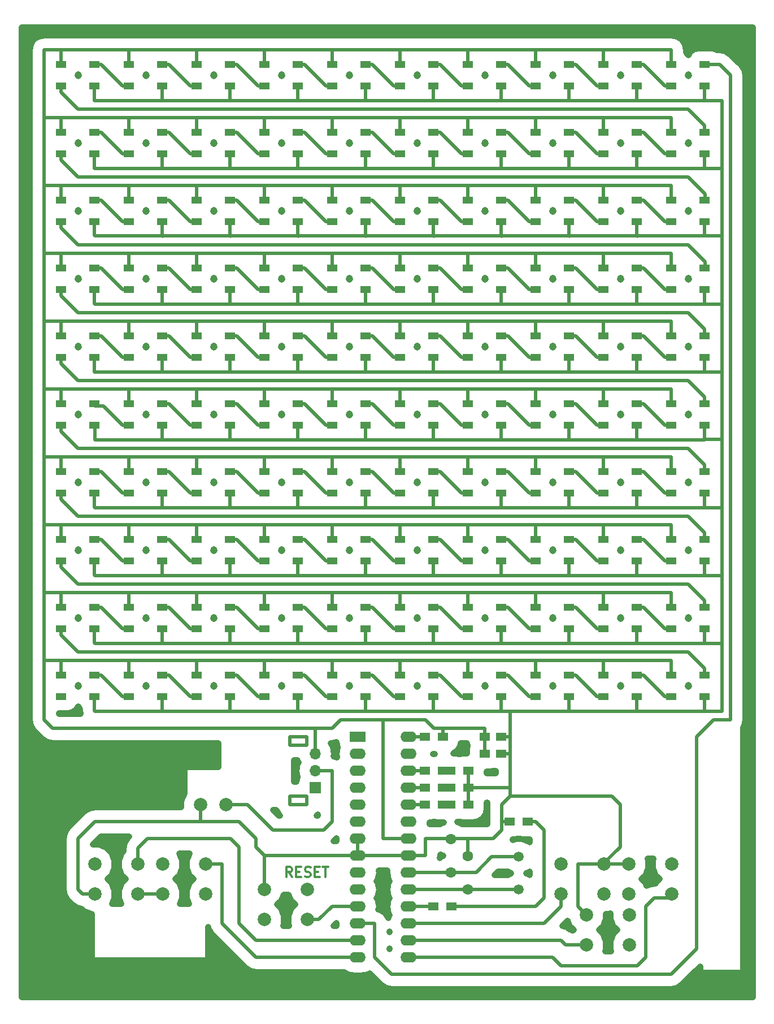
<source format=gbr>
G04 #@! TF.FileFunction,Copper,L1,Top,Signal*
%FSLAX46Y46*%
G04 Gerber Fmt 4.6, Leading zero omitted, Abs format (unit mm)*
G04 Created by KiCad (PCBNEW 4.0.6) date 11/05/17 12:45:19*
%MOMM*%
%LPD*%
G01*
G04 APERTURE LIST*
%ADD10C,0.100000*%
%ADD11C,0.300000*%
%ADD12R,1.600000X1.000000*%
%ADD13R,2.400000X1.600000*%
%ADD14O,2.400000X1.600000*%
%ADD15R,1.500000X1.300000*%
%ADD16C,2.000000*%
%ADD17C,1.500000*%
%ADD18C,1.600000*%
%ADD19R,1.500000X1.250000*%
%ADD20C,1.998980*%
%ADD21R,1.700000X1.700000*%
%ADD22O,1.700000X1.700000*%
%ADD23C,0.500000*%
%ADD24C,0.900000*%
G04 APERTURE END LIST*
D10*
D11*
X133711429Y-141648571D02*
X133211429Y-140934286D01*
X132854286Y-141648571D02*
X132854286Y-140148571D01*
X133425714Y-140148571D01*
X133568572Y-140220000D01*
X133640000Y-140291429D01*
X133711429Y-140434286D01*
X133711429Y-140648571D01*
X133640000Y-140791429D01*
X133568572Y-140862857D01*
X133425714Y-140934286D01*
X132854286Y-140934286D01*
X134354286Y-140862857D02*
X134854286Y-140862857D01*
X135068572Y-141648571D02*
X134354286Y-141648571D01*
X134354286Y-140148571D01*
X135068572Y-140148571D01*
X135640000Y-141577143D02*
X135854286Y-141648571D01*
X136211429Y-141648571D01*
X136354286Y-141577143D01*
X136425715Y-141505714D01*
X136497143Y-141362857D01*
X136497143Y-141220000D01*
X136425715Y-141077143D01*
X136354286Y-141005714D01*
X136211429Y-140934286D01*
X135925715Y-140862857D01*
X135782857Y-140791429D01*
X135711429Y-140720000D01*
X135640000Y-140577143D01*
X135640000Y-140434286D01*
X135711429Y-140291429D01*
X135782857Y-140220000D01*
X135925715Y-140148571D01*
X136282857Y-140148571D01*
X136497143Y-140220000D01*
X137140000Y-140862857D02*
X137640000Y-140862857D01*
X137854286Y-141648571D02*
X137140000Y-141648571D01*
X137140000Y-140148571D01*
X137854286Y-140148571D01*
X138282857Y-140148571D02*
X139140000Y-140148571D01*
X138711429Y-141648571D02*
X138711429Y-140148571D01*
D12*
X124420000Y-114630000D03*
X124420000Y-111430000D03*
X119420000Y-114630000D03*
X119420000Y-111430000D03*
D13*
X143510000Y-120650000D03*
D14*
X151130000Y-153670000D03*
X143510000Y-123190000D03*
X151130000Y-151130000D03*
X143510000Y-125730000D03*
X151130000Y-148590000D03*
X143510000Y-128270000D03*
X151130000Y-146050000D03*
X143510000Y-130810000D03*
X151130000Y-143510000D03*
X143510000Y-133350000D03*
X151130000Y-140970000D03*
X143510000Y-135890000D03*
X151130000Y-138430000D03*
X143510000Y-138430000D03*
X151130000Y-135890000D03*
X143510000Y-140970000D03*
X151130000Y-133350000D03*
X143510000Y-143510000D03*
X151130000Y-130810000D03*
X143510000Y-146050000D03*
X151130000Y-128270000D03*
X143510000Y-148590000D03*
X151130000Y-125730000D03*
X143510000Y-151130000D03*
X151130000Y-123190000D03*
X143510000Y-153670000D03*
X151130000Y-120650000D03*
D12*
X104100000Y-73990000D03*
X104100000Y-70790000D03*
X99100000Y-73990000D03*
X99100000Y-70790000D03*
X104100000Y-23190000D03*
X104100000Y-19990000D03*
X99100000Y-23190000D03*
X99100000Y-19990000D03*
X104100000Y-33350000D03*
X104100000Y-30150000D03*
X99100000Y-33350000D03*
X99100000Y-30150000D03*
X114260000Y-33350000D03*
X114260000Y-30150000D03*
X109260000Y-33350000D03*
X109260000Y-30150000D03*
X114260000Y-23190000D03*
X114260000Y-19990000D03*
X109260000Y-23190000D03*
X109260000Y-19990000D03*
X124420000Y-23190000D03*
X124420000Y-19990000D03*
X119420000Y-23190000D03*
X119420000Y-19990000D03*
X134580000Y-23190000D03*
X134580000Y-19990000D03*
X129580000Y-23190000D03*
X129580000Y-19990000D03*
X144740000Y-23190000D03*
X144740000Y-19990000D03*
X139740000Y-23190000D03*
X139740000Y-19990000D03*
X154900000Y-23190000D03*
X154900000Y-19990000D03*
X149900000Y-23190000D03*
X149900000Y-19990000D03*
X165060000Y-23190000D03*
X165060000Y-19990000D03*
X160060000Y-23190000D03*
X160060000Y-19990000D03*
X175220000Y-23190000D03*
X175220000Y-19990000D03*
X170220000Y-23190000D03*
X170220000Y-19990000D03*
X185380000Y-23190000D03*
X185380000Y-19990000D03*
X180380000Y-23190000D03*
X180380000Y-19990000D03*
X195540000Y-23190000D03*
X195540000Y-19990000D03*
X190540000Y-23190000D03*
X190540000Y-19990000D03*
X124420000Y-33350000D03*
X124420000Y-30150000D03*
X119420000Y-33350000D03*
X119420000Y-30150000D03*
X134580000Y-33350000D03*
X134580000Y-30150000D03*
X129580000Y-33350000D03*
X129580000Y-30150000D03*
X144740000Y-33350000D03*
X144740000Y-30150000D03*
X139740000Y-33350000D03*
X139740000Y-30150000D03*
X154900000Y-33350000D03*
X154900000Y-30150000D03*
X149900000Y-33350000D03*
X149900000Y-30150000D03*
X165060000Y-33350000D03*
X165060000Y-30150000D03*
X160060000Y-33350000D03*
X160060000Y-30150000D03*
X175220000Y-33350000D03*
X175220000Y-30150000D03*
X170220000Y-33350000D03*
X170220000Y-30150000D03*
X185380000Y-33350000D03*
X185380000Y-30150000D03*
X180380000Y-33350000D03*
X180380000Y-30150000D03*
X195540000Y-33350000D03*
X195540000Y-30150000D03*
X190540000Y-33350000D03*
X190540000Y-30150000D03*
X104100000Y-43510000D03*
X104100000Y-40310000D03*
X99100000Y-43510000D03*
X99100000Y-40310000D03*
X114260000Y-43510000D03*
X114260000Y-40310000D03*
X109260000Y-43510000D03*
X109260000Y-40310000D03*
X104100000Y-53670000D03*
X104100000Y-50470000D03*
X99100000Y-53670000D03*
X99100000Y-50470000D03*
X104100000Y-63830000D03*
X104100000Y-60630000D03*
X99100000Y-63830000D03*
X99100000Y-60630000D03*
X104100000Y-84150000D03*
X104100000Y-80950000D03*
X99100000Y-84150000D03*
X99100000Y-80950000D03*
X104100000Y-94310000D03*
X104100000Y-91110000D03*
X99100000Y-94310000D03*
X99100000Y-91110000D03*
X104100000Y-104470000D03*
X104100000Y-101270000D03*
X99100000Y-104470000D03*
X99100000Y-101270000D03*
X104100000Y-114630000D03*
X104100000Y-111430000D03*
X99100000Y-114630000D03*
X99100000Y-111430000D03*
X114260000Y-53670000D03*
X114260000Y-50470000D03*
X109260000Y-53670000D03*
X109260000Y-50470000D03*
X114260000Y-63830000D03*
X114260000Y-60630000D03*
X109260000Y-63830000D03*
X109260000Y-60630000D03*
X124420000Y-43510000D03*
X124420000Y-40310000D03*
X119420000Y-43510000D03*
X119420000Y-40310000D03*
X134580000Y-43510000D03*
X134580000Y-40310000D03*
X129580000Y-43510000D03*
X129580000Y-40310000D03*
X124420000Y-53670000D03*
X124420000Y-50470000D03*
X119420000Y-53670000D03*
X119420000Y-50470000D03*
X134580000Y-53670000D03*
X134580000Y-50470000D03*
X129580000Y-53670000D03*
X129580000Y-50470000D03*
X124420000Y-63830000D03*
X124420000Y-60630000D03*
X119420000Y-63830000D03*
X119420000Y-60630000D03*
X134580000Y-63830000D03*
X134580000Y-60630000D03*
X129580000Y-63830000D03*
X129580000Y-60630000D03*
X114260000Y-73990000D03*
X114260000Y-70790000D03*
X109260000Y-73990000D03*
X109260000Y-70790000D03*
X124420000Y-73990000D03*
X124420000Y-70790000D03*
X119420000Y-73990000D03*
X119420000Y-70790000D03*
X134580000Y-73990000D03*
X134580000Y-70790000D03*
X129580000Y-73990000D03*
X129580000Y-70790000D03*
X144740000Y-43510000D03*
X144740000Y-40310000D03*
X139740000Y-43510000D03*
X139740000Y-40310000D03*
X154900000Y-43510000D03*
X154900000Y-40310000D03*
X149900000Y-43510000D03*
X149900000Y-40310000D03*
X165060000Y-43510000D03*
X165060000Y-40310000D03*
X160060000Y-43510000D03*
X160060000Y-40310000D03*
X175220000Y-43510000D03*
X175220000Y-40310000D03*
X170220000Y-43510000D03*
X170220000Y-40310000D03*
X185380000Y-43510000D03*
X185380000Y-40310000D03*
X180380000Y-43510000D03*
X180380000Y-40310000D03*
X195540000Y-43510000D03*
X195540000Y-40310000D03*
X190540000Y-43510000D03*
X190540000Y-40310000D03*
X144740000Y-53670000D03*
X144740000Y-50470000D03*
X139740000Y-53670000D03*
X139740000Y-50470000D03*
X154900000Y-53670000D03*
X154900000Y-50470000D03*
X149900000Y-53670000D03*
X149900000Y-50470000D03*
X165060000Y-53670000D03*
X165060000Y-50470000D03*
X160060000Y-53670000D03*
X160060000Y-50470000D03*
X175220000Y-53670000D03*
X175220000Y-50470000D03*
X170220000Y-53670000D03*
X170220000Y-50470000D03*
X185380000Y-53670000D03*
X185380000Y-50470000D03*
X180380000Y-53670000D03*
X180380000Y-50470000D03*
X195540000Y-53670000D03*
X195540000Y-50470000D03*
X190540000Y-53670000D03*
X190540000Y-50470000D03*
X144740000Y-63830000D03*
X144740000Y-60630000D03*
X139740000Y-63830000D03*
X139740000Y-60630000D03*
X154900000Y-63830000D03*
X154900000Y-60630000D03*
X149900000Y-63830000D03*
X149900000Y-60630000D03*
X165060000Y-63830000D03*
X165060000Y-60630000D03*
X160060000Y-63830000D03*
X160060000Y-60630000D03*
X175220000Y-63830000D03*
X175220000Y-60630000D03*
X170220000Y-63830000D03*
X170220000Y-60630000D03*
X185380000Y-63830000D03*
X185380000Y-60630000D03*
X180380000Y-63830000D03*
X180380000Y-60630000D03*
X195540000Y-63830000D03*
X195540000Y-60630000D03*
X190540000Y-63830000D03*
X190540000Y-60630000D03*
X114260000Y-84150000D03*
X114260000Y-80950000D03*
X109260000Y-84150000D03*
X109260000Y-80950000D03*
X114260000Y-94310000D03*
X114260000Y-91110000D03*
X109260000Y-94310000D03*
X109260000Y-91110000D03*
X114260000Y-104470000D03*
X114260000Y-101270000D03*
X109260000Y-104470000D03*
X109260000Y-101270000D03*
X114260000Y-114630000D03*
X114260000Y-111430000D03*
X109260000Y-114630000D03*
X109260000Y-111430000D03*
X144740000Y-73990000D03*
X144740000Y-70790000D03*
X139740000Y-73990000D03*
X139740000Y-70790000D03*
X154900000Y-73990000D03*
X154900000Y-70790000D03*
X149900000Y-73990000D03*
X149900000Y-70790000D03*
X124420000Y-84150000D03*
X124420000Y-80950000D03*
X119420000Y-84150000D03*
X119420000Y-80950000D03*
X134580000Y-84150000D03*
X134580000Y-80950000D03*
X129580000Y-84150000D03*
X129580000Y-80950000D03*
X144740000Y-84150000D03*
X144740000Y-80950000D03*
X139740000Y-84150000D03*
X139740000Y-80950000D03*
X154900000Y-84150000D03*
X154900000Y-80950000D03*
X149900000Y-84150000D03*
X149900000Y-80950000D03*
X165060000Y-73990000D03*
X165060000Y-70790000D03*
X160060000Y-73990000D03*
X160060000Y-70790000D03*
X175220000Y-73990000D03*
X175220000Y-70790000D03*
X170220000Y-73990000D03*
X170220000Y-70790000D03*
X185380000Y-73990000D03*
X185380000Y-70790000D03*
X180380000Y-73990000D03*
X180380000Y-70790000D03*
X195540000Y-73990000D03*
X195540000Y-70790000D03*
X190540000Y-73990000D03*
X190540000Y-70790000D03*
X165060000Y-84150000D03*
X165060000Y-80950000D03*
X160060000Y-84150000D03*
X160060000Y-80950000D03*
X175220000Y-84150000D03*
X175220000Y-80950000D03*
X170220000Y-84150000D03*
X170220000Y-80950000D03*
X185380000Y-84150000D03*
X185380000Y-80950000D03*
X180380000Y-84150000D03*
X180380000Y-80950000D03*
X195540000Y-84150000D03*
X195540000Y-80950000D03*
X190540000Y-84150000D03*
X190540000Y-80950000D03*
X124420000Y-94310000D03*
X124420000Y-91110000D03*
X119420000Y-94310000D03*
X119420000Y-91110000D03*
X134580000Y-94310000D03*
X134580000Y-91110000D03*
X129580000Y-94310000D03*
X129580000Y-91110000D03*
X144740000Y-94310000D03*
X144740000Y-91110000D03*
X139740000Y-94310000D03*
X139740000Y-91110000D03*
X154900000Y-94310000D03*
X154900000Y-91110000D03*
X149900000Y-94310000D03*
X149900000Y-91110000D03*
X124420000Y-104470000D03*
X124420000Y-101270000D03*
X119420000Y-104470000D03*
X119420000Y-101270000D03*
X134580000Y-104470000D03*
X134580000Y-101270000D03*
X129580000Y-104470000D03*
X129580000Y-101270000D03*
X134580000Y-114630000D03*
X134580000Y-111430000D03*
X129580000Y-114630000D03*
X129580000Y-111430000D03*
X144740000Y-104470000D03*
X144740000Y-101270000D03*
X139740000Y-104470000D03*
X139740000Y-101270000D03*
X144740000Y-114630000D03*
X144740000Y-111430000D03*
X139740000Y-114630000D03*
X139740000Y-111430000D03*
X165060000Y-94310000D03*
X165060000Y-91110000D03*
X160060000Y-94310000D03*
X160060000Y-91110000D03*
X175220000Y-94310000D03*
X175220000Y-91110000D03*
X170220000Y-94310000D03*
X170220000Y-91110000D03*
X185380000Y-94310000D03*
X185380000Y-91110000D03*
X180380000Y-94310000D03*
X180380000Y-91110000D03*
X195540000Y-94310000D03*
X195540000Y-91110000D03*
X190540000Y-94310000D03*
X190540000Y-91110000D03*
X154900000Y-104470000D03*
X154900000Y-101270000D03*
X149900000Y-104470000D03*
X149900000Y-101270000D03*
X165060000Y-104470000D03*
X165060000Y-101270000D03*
X160060000Y-104470000D03*
X160060000Y-101270000D03*
X175220000Y-104470000D03*
X175220000Y-101270000D03*
X170220000Y-104470000D03*
X170220000Y-101270000D03*
X185380000Y-104470000D03*
X185380000Y-101270000D03*
X180380000Y-104470000D03*
X180380000Y-101270000D03*
X195540000Y-104470000D03*
X195540000Y-101270000D03*
X190540000Y-104470000D03*
X190540000Y-101270000D03*
X154900000Y-114630000D03*
X154900000Y-111430000D03*
X149900000Y-114630000D03*
X149900000Y-111430000D03*
X165060000Y-114630000D03*
X165060000Y-111430000D03*
X160060000Y-114630000D03*
X160060000Y-111430000D03*
X175220000Y-114630000D03*
X175220000Y-111430000D03*
X170220000Y-114630000D03*
X170220000Y-111430000D03*
X185380000Y-114630000D03*
X185380000Y-111430000D03*
X180380000Y-114630000D03*
X180380000Y-111430000D03*
X195540000Y-114630000D03*
X195540000Y-111430000D03*
X190540000Y-114630000D03*
X190540000Y-111430000D03*
D15*
X153590000Y-125730000D03*
X156290000Y-125730000D03*
X153590000Y-128270000D03*
X156290000Y-128270000D03*
X153590000Y-130810000D03*
X156290000Y-130810000D03*
X157400000Y-125730000D03*
X160100000Y-125730000D03*
X157400000Y-128270000D03*
X160100000Y-128270000D03*
X157400000Y-130810000D03*
X160100000Y-130810000D03*
D16*
X177800000Y-151820000D03*
X177800000Y-147320000D03*
X184300000Y-151820000D03*
X184300000Y-147320000D03*
X173990000Y-144200000D03*
X173990000Y-139700000D03*
X180490000Y-144200000D03*
X180490000Y-139700000D03*
X184150000Y-144200000D03*
X184150000Y-139700000D03*
X190650000Y-144200000D03*
X190650000Y-139700000D03*
X104140000Y-144200000D03*
X104140000Y-139700000D03*
X110640000Y-144200000D03*
X110640000Y-139700000D03*
X114300000Y-144200000D03*
X114300000Y-139700000D03*
X120800000Y-144200000D03*
X120800000Y-139700000D03*
D15*
X153590000Y-120650000D03*
X156290000Y-120650000D03*
D17*
X167640000Y-143510000D03*
X167640000Y-138630000D03*
D18*
X157480000Y-140970000D03*
X157480000Y-135970000D03*
X160020000Y-143510000D03*
X160020000Y-138510000D03*
D19*
X162580000Y-120650000D03*
X165080000Y-120650000D03*
X162580000Y-123190000D03*
X165080000Y-123190000D03*
D16*
X129540000Y-148010000D03*
X129540000Y-143510000D03*
X136040000Y-148010000D03*
X136040000Y-143510000D03*
D20*
X120015000Y-130810000D03*
X123825000Y-130810000D03*
D15*
X154860000Y-146050000D03*
X157560000Y-146050000D03*
X166290000Y-133350000D03*
X168990000Y-133350000D03*
D21*
X137160000Y-128270000D03*
D22*
X137160000Y-125730000D03*
X137160000Y-123190000D03*
D23*
X168990000Y-133350000D02*
X170180000Y-133350000D01*
X170180000Y-146050000D02*
X157560000Y-146050000D01*
X171450000Y-144780000D02*
X170180000Y-146050000D01*
X171450000Y-134620000D02*
X171450000Y-144780000D01*
X170180000Y-133350000D02*
X171450000Y-134620000D01*
X166290000Y-133350000D02*
X165100000Y-133350000D01*
X151130000Y-146050000D02*
X154860000Y-146050000D01*
X143510000Y-135890000D02*
X143510000Y-138430000D01*
X151130000Y-135890000D02*
X147320000Y-135890000D01*
X147320000Y-135890000D02*
X147320000Y-118110000D01*
X143510000Y-138430000D02*
X151130000Y-138430000D01*
X151130000Y-138430000D02*
X153670000Y-138430000D01*
X153670000Y-138430000D02*
X153670000Y-135890000D01*
X120015000Y-130810000D02*
X120015000Y-133350000D01*
X120015000Y-133350000D02*
X120650000Y-133350000D01*
X137160000Y-125730000D02*
X139700000Y-125730000D01*
X127000000Y-130810000D02*
X123190000Y-130810000D01*
X130810000Y-134620000D02*
X127000000Y-130810000D01*
X138430000Y-134620000D02*
X130810000Y-134620000D01*
X139700000Y-133350000D02*
X138430000Y-134620000D01*
X139700000Y-125730000D02*
X139700000Y-133350000D01*
X133350000Y-121920000D02*
X135890000Y-121920000D01*
X133350000Y-120650000D02*
X133350000Y-121920000D01*
X135890000Y-120650000D02*
X133350000Y-120650000D01*
X135890000Y-121920000D02*
X135890000Y-120650000D01*
X133350000Y-129540000D02*
X135890000Y-129540000D01*
X133350000Y-130810000D02*
X133350000Y-129540000D01*
X135890000Y-130810000D02*
X133350000Y-130810000D01*
X135890000Y-129540000D02*
X135890000Y-130810000D01*
X137160000Y-123190000D02*
X137160000Y-119380000D01*
X151130000Y-153670000D02*
X172720000Y-153670000D01*
X187960000Y-144780000D02*
X190070000Y-144780000D01*
X186690000Y-146050000D02*
X187960000Y-144780000D01*
X186690000Y-153670000D02*
X186690000Y-146050000D01*
X185420000Y-154940000D02*
X186690000Y-153670000D01*
X173990000Y-154940000D02*
X185420000Y-154940000D01*
X172720000Y-153670000D02*
X173990000Y-154940000D01*
X190070000Y-144780000D02*
X190650000Y-144200000D01*
X175220000Y-73990000D02*
X175220000Y-76200000D01*
X175220000Y-76200000D02*
X175260000Y-76200000D01*
X185380000Y-73990000D02*
X185380000Y-76200000D01*
X185380000Y-76200000D02*
X185420000Y-76200000D01*
X134580000Y-63830000D02*
X134580000Y-66040000D01*
X134580000Y-66040000D02*
X134620000Y-66040000D01*
X185380000Y-43510000D02*
X185380000Y-45680000D01*
X185420000Y-45720000D02*
X185420000Y-45680000D01*
X185380000Y-45680000D02*
X185420000Y-45720000D01*
X154900000Y-43510000D02*
X154900000Y-45680000D01*
X154940000Y-45720000D02*
X154940000Y-45680000D01*
X154900000Y-45680000D02*
X154940000Y-45720000D01*
X165060000Y-43510000D02*
X165060000Y-45680000D01*
X165100000Y-45720000D02*
X165100000Y-45680000D01*
X165060000Y-45680000D02*
X165100000Y-45720000D01*
X175220000Y-43510000D02*
X175220000Y-45680000D01*
X175260000Y-45720000D02*
X175260000Y-45680000D01*
X175220000Y-45680000D02*
X175260000Y-45720000D01*
X124420000Y-114630000D02*
X124420000Y-116840000D01*
X124420000Y-116840000D02*
X124460000Y-116840000D01*
X136040000Y-148010000D02*
X137740000Y-148010000D01*
X139700000Y-146050000D02*
X143510000Y-146050000D01*
X137740000Y-148010000D02*
X139700000Y-146050000D01*
X129540000Y-143510000D02*
X129540000Y-138430000D01*
X156290000Y-119380000D02*
X162560000Y-119380000D01*
X162580000Y-119400000D02*
X162580000Y-123190000D01*
X162560000Y-119380000D02*
X162580000Y-119400000D01*
X165080000Y-120650000D02*
X166370000Y-120650000D01*
X165080000Y-123190000D02*
X166370000Y-123190000D01*
X160100000Y-128270000D02*
X166370000Y-128270000D01*
X104140000Y-144200000D02*
X102290000Y-144200000D01*
X129540000Y-138430000D02*
X143510000Y-138430000D01*
X128270000Y-137160000D02*
X129540000Y-138430000D01*
X128270000Y-135890000D02*
X128270000Y-137160000D01*
X125730000Y-133350000D02*
X128270000Y-135890000D01*
X104140000Y-133350000D02*
X120650000Y-133350000D01*
X120650000Y-133350000D02*
X125730000Y-133350000D01*
X101600000Y-135890000D02*
X104140000Y-133350000D01*
X101600000Y-143510000D02*
X101600000Y-135890000D01*
X102290000Y-144200000D02*
X101600000Y-143510000D01*
X114300000Y-144200000D02*
X110640000Y-144200000D01*
X120800000Y-139700000D02*
X123190000Y-139700000D01*
X128270000Y-153670000D02*
X143510000Y-153670000D01*
X123190000Y-148590000D02*
X128270000Y-153670000D01*
X123190000Y-139700000D02*
X123190000Y-148590000D01*
X128270000Y-151130000D02*
X143510000Y-151130000D01*
X125730000Y-148590000D02*
X128270000Y-151130000D01*
X125730000Y-137160000D02*
X125730000Y-148590000D01*
X124460000Y-135890000D02*
X125730000Y-137160000D01*
X112060000Y-135890000D02*
X124460000Y-135890000D01*
X110640000Y-137310000D02*
X112060000Y-135890000D01*
X110640000Y-139700000D02*
X110640000Y-137310000D01*
X166370000Y-129540000D02*
X166370000Y-128270000D01*
X166370000Y-128270000D02*
X166370000Y-123190000D01*
X166370000Y-123190000D02*
X166370000Y-120650000D01*
X166370000Y-120650000D02*
X166370000Y-116840000D01*
X160020000Y-138510000D02*
X160020000Y-135890000D01*
X151130000Y-140970000D02*
X157480000Y-140970000D01*
X157480000Y-140970000D02*
X161290000Y-140970000D01*
X161290000Y-140970000D02*
X163630000Y-138630000D01*
X163630000Y-138630000D02*
X167640000Y-138630000D01*
X151130000Y-143510000D02*
X160020000Y-143510000D01*
X160020000Y-143510000D02*
X167640000Y-143510000D01*
X180490000Y-139700000D02*
X180490000Y-139550000D01*
X180490000Y-139550000D02*
X182880000Y-137160000D01*
X163830000Y-135890000D02*
X160020000Y-135890000D01*
X166370000Y-129540000D02*
X165100000Y-130810000D01*
X165100000Y-130810000D02*
X165100000Y-133350000D01*
X165100000Y-133350000D02*
X165100000Y-134620000D01*
X165100000Y-134620000D02*
X163830000Y-135890000D01*
X160020000Y-135890000D02*
X153670000Y-135890000D01*
X181610000Y-129540000D02*
X166370000Y-129540000D01*
X182880000Y-130810000D02*
X181610000Y-129540000D01*
X182880000Y-137160000D02*
X182880000Y-130810000D01*
X184150000Y-139700000D02*
X180490000Y-139700000D01*
X177800000Y-147320000D02*
X176530000Y-146050000D01*
X176530000Y-139700000D02*
X180490000Y-139700000D01*
X176530000Y-146050000D02*
X176530000Y-139700000D01*
X173990000Y-151130000D02*
X151130000Y-151130000D01*
X174680000Y-151820000D02*
X173990000Y-151130000D01*
X177800000Y-151820000D02*
X174680000Y-151820000D01*
X171450000Y-148590000D02*
X151130000Y-148590000D01*
X173990000Y-146050000D02*
X171450000Y-148590000D01*
X173990000Y-144200000D02*
X173990000Y-146050000D01*
X156290000Y-120650000D02*
X156290000Y-119380000D01*
X156290000Y-119380000D02*
X156210000Y-119380000D01*
X151130000Y-120650000D02*
X153590000Y-120650000D01*
X96520000Y-118110000D02*
X96520000Y-109220000D01*
X147320000Y-118110000D02*
X142240000Y-118110000D01*
X142240000Y-118110000D02*
X140970000Y-118110000D01*
X140970000Y-118110000D02*
X139700000Y-119380000D01*
X139700000Y-119380000D02*
X137160000Y-119380000D01*
X137160000Y-119380000D02*
X97790000Y-119380000D01*
X97790000Y-119380000D02*
X96520000Y-118110000D01*
X153670000Y-118110000D02*
X147320000Y-118110000D01*
X156210000Y-119380000D02*
X154940000Y-119380000D01*
X154940000Y-119380000D02*
X153670000Y-118110000D01*
X199390000Y-118110000D02*
X196850000Y-118110000D01*
X146050000Y-153670000D02*
X146050000Y-148590000D01*
X148590000Y-156210000D02*
X146050000Y-153670000D01*
X190500000Y-156210000D02*
X148590000Y-156210000D01*
X194310000Y-152400000D02*
X190500000Y-156210000D01*
X194310000Y-120650000D02*
X194310000Y-152400000D01*
X196850000Y-118110000D02*
X194310000Y-120650000D01*
X143510000Y-148590000D02*
X146050000Y-148590000D01*
X197790000Y-19990000D02*
X195540000Y-19990000D01*
X199390000Y-21590000D02*
X197790000Y-19990000D01*
X199390000Y-118110000D02*
X199390000Y-21590000D01*
X160100000Y-130810000D02*
X160100000Y-128270000D01*
X160100000Y-128270000D02*
X160100000Y-125730000D01*
X160020000Y-125650000D02*
X160100000Y-125730000D01*
X151130000Y-125730000D02*
X153590000Y-125730000D01*
X151130000Y-128270000D02*
X153590000Y-128270000D01*
X151130000Y-130810000D02*
X153590000Y-130810000D01*
X109260000Y-114630000D02*
X108280000Y-114630000D01*
X105080000Y-111430000D02*
X104100000Y-111430000D01*
X108280000Y-114630000D02*
X105080000Y-111430000D01*
X195540000Y-19990000D02*
X195540000Y-20280000D01*
X96520000Y-27940000D02*
X97790000Y-27940000D01*
X97790000Y-27940000D02*
X99060000Y-27940000D01*
X96520000Y-38100000D02*
X97790000Y-38100000D01*
X97790000Y-38100000D02*
X99060000Y-38100000D01*
X96520000Y-48260000D02*
X97790000Y-48260000D01*
X97790000Y-48260000D02*
X99060000Y-48260000D01*
X96520000Y-58420000D02*
X97790000Y-58420000D01*
X97790000Y-58420000D02*
X99060000Y-58420000D01*
X96520000Y-68580000D02*
X97790000Y-68580000D01*
X97790000Y-68580000D02*
X99060000Y-68580000D01*
X96520000Y-78740000D02*
X97790000Y-78740000D01*
X97790000Y-78740000D02*
X99060000Y-78740000D01*
X96520000Y-88900000D02*
X97790000Y-88900000D01*
X97790000Y-88900000D02*
X99060000Y-88900000D01*
X96520000Y-99060000D02*
X97790000Y-99060000D01*
X97790000Y-99060000D02*
X99060000Y-99060000D01*
X97790000Y-17780000D02*
X96520000Y-17780000D01*
X99060000Y-17780000D02*
X97790000Y-17780000D01*
X97790000Y-109220000D02*
X99060000Y-109220000D01*
X96520000Y-109220000D02*
X97790000Y-109220000D01*
X96520000Y-17780000D02*
X96520000Y-27940000D01*
X96520000Y-27940000D02*
X96520000Y-38100000D01*
X96520000Y-38100000D02*
X96520000Y-48260000D01*
X96520000Y-48260000D02*
X96520000Y-58420000D01*
X96520000Y-58420000D02*
X96520000Y-68580000D01*
X96520000Y-68580000D02*
X96520000Y-78740000D01*
X96520000Y-78740000D02*
X96520000Y-88900000D01*
X96520000Y-88900000D02*
X96520000Y-99060000D01*
X96520000Y-99060000D02*
X96520000Y-109220000D01*
X195540000Y-45680000D02*
X198120000Y-45680000D01*
X198120000Y-45680000D02*
X198120000Y-45720000D01*
X195540000Y-55880000D02*
X198120000Y-55880000D01*
X195540000Y-76160000D02*
X198120000Y-76160000D01*
X198120000Y-76160000D02*
X198120000Y-76200000D01*
X195580000Y-66040000D02*
X198120000Y-66040000D01*
X195540000Y-86360000D02*
X198120000Y-86360000D01*
X195580000Y-96520000D02*
X198120000Y-96520000D01*
X195580000Y-106680000D02*
X198120000Y-106680000D01*
X198120000Y-35560000D02*
X198120000Y-45720000D01*
X198120000Y-45720000D02*
X198120000Y-55880000D01*
X198120000Y-55880000D02*
X198120000Y-66040000D01*
X198120000Y-66040000D02*
X198120000Y-76200000D01*
X198120000Y-76200000D02*
X198120000Y-86360000D01*
X198120000Y-86360000D02*
X198120000Y-96520000D01*
X198120000Y-96520000D02*
X198120000Y-106680000D01*
X198120000Y-106680000D02*
X198120000Y-116840000D01*
X198120000Y-116840000D02*
X195540000Y-116840000D01*
X195580000Y-25400000D02*
X198120000Y-25400000D01*
X198120000Y-25400000D02*
X198120000Y-35560000D01*
X114260000Y-114630000D02*
X114260000Y-116840000D01*
X114260000Y-116840000D02*
X114300000Y-116840000D01*
X134580000Y-114630000D02*
X134580000Y-116840000D01*
X134580000Y-116840000D02*
X134620000Y-116840000D01*
X144740000Y-114630000D02*
X144740000Y-116840000D01*
X144740000Y-116840000D02*
X144780000Y-116840000D01*
X154900000Y-114630000D02*
X154900000Y-116840000D01*
X154900000Y-116840000D02*
X154940000Y-116840000D01*
X165060000Y-114630000D02*
X165060000Y-116840000D01*
X165060000Y-116840000D02*
X165100000Y-116840000D01*
X175220000Y-114630000D02*
X175220000Y-116840000D01*
X175220000Y-116840000D02*
X175260000Y-116840000D01*
X185380000Y-114630000D02*
X185380000Y-116840000D01*
X185380000Y-116840000D02*
X185420000Y-116840000D01*
X195540000Y-114630000D02*
X195540000Y-116840000D01*
X195540000Y-116840000D02*
X195580000Y-116840000D01*
X185420000Y-116840000D02*
X195580000Y-116840000D01*
X104100000Y-114630000D02*
X104100000Y-116800000D01*
X104140000Y-116840000D02*
X114300000Y-116840000D01*
X114300000Y-116840000D02*
X124460000Y-116840000D01*
X124460000Y-116840000D02*
X134620000Y-116840000D01*
X134620000Y-116840000D02*
X144780000Y-116840000D01*
X144780000Y-116840000D02*
X154940000Y-116840000D01*
X154940000Y-116840000D02*
X165100000Y-116840000D01*
X165100000Y-116840000D02*
X166370000Y-116840000D01*
X166370000Y-116840000D02*
X175260000Y-116840000D01*
X175260000Y-116840000D02*
X185420000Y-116840000D01*
X104100000Y-116800000D02*
X104140000Y-116840000D01*
X180380000Y-111430000D02*
X180380000Y-109220000D01*
X180380000Y-109220000D02*
X180340000Y-109220000D01*
X170220000Y-111430000D02*
X170220000Y-109220000D01*
X170220000Y-109220000D02*
X170180000Y-109220000D01*
X160060000Y-111430000D02*
X160060000Y-109220000D01*
X160060000Y-109220000D02*
X160020000Y-109220000D01*
X149900000Y-111430000D02*
X149900000Y-109220000D01*
X149900000Y-109220000D02*
X149860000Y-109220000D01*
X139740000Y-111430000D02*
X139740000Y-109220000D01*
X139740000Y-109220000D02*
X139700000Y-109220000D01*
X139740000Y-114630000D02*
X138760000Y-114630000D01*
X135560000Y-111430000D02*
X134580000Y-111430000D01*
X138760000Y-114630000D02*
X135560000Y-111430000D01*
X129580000Y-111430000D02*
X129580000Y-109220000D01*
X129580000Y-109220000D02*
X129540000Y-109220000D01*
X119420000Y-111430000D02*
X119420000Y-109220000D01*
X119420000Y-109220000D02*
X119380000Y-109220000D01*
X129580000Y-114630000D02*
X128600000Y-114630000D01*
X125400000Y-111430000D02*
X124420000Y-111430000D01*
X128600000Y-114630000D02*
X125400000Y-111430000D01*
X119420000Y-114630000D02*
X118440000Y-114630000D01*
X115240000Y-111430000D02*
X114260000Y-111430000D01*
X118440000Y-114630000D02*
X115240000Y-111430000D01*
X109260000Y-111430000D02*
X109260000Y-109220000D01*
X109260000Y-109220000D02*
X109220000Y-109220000D01*
X99100000Y-111430000D02*
X99100000Y-109220000D01*
X99100000Y-109220000D02*
X99060000Y-109220000D01*
X190540000Y-111430000D02*
X190540000Y-109260000D01*
X190500000Y-109220000D02*
X180340000Y-109220000D01*
X180340000Y-109220000D02*
X170180000Y-109220000D01*
X170180000Y-109220000D02*
X160020000Y-109220000D01*
X160020000Y-109220000D02*
X149860000Y-109220000D01*
X149860000Y-109220000D02*
X139700000Y-109220000D01*
X139700000Y-109220000D02*
X129540000Y-109220000D01*
X129540000Y-109220000D02*
X119380000Y-109220000D01*
X119380000Y-109220000D02*
X109220000Y-109220000D01*
X109220000Y-109220000D02*
X99060000Y-109220000D01*
X190540000Y-109260000D02*
X190500000Y-109220000D01*
X190540000Y-114630000D02*
X189560000Y-114630000D01*
X186360000Y-111430000D02*
X185380000Y-111430000D01*
X189560000Y-114630000D02*
X186360000Y-111430000D01*
X180380000Y-114630000D02*
X179400000Y-114630000D01*
X176200000Y-111430000D02*
X175220000Y-111430000D01*
X179400000Y-114630000D02*
X176200000Y-111430000D01*
X170220000Y-114630000D02*
X169240000Y-114630000D01*
X166040000Y-111430000D02*
X165060000Y-111430000D01*
X169240000Y-114630000D02*
X166040000Y-111430000D01*
X160060000Y-114630000D02*
X159080000Y-114630000D01*
X155880000Y-111430000D02*
X154900000Y-111430000D01*
X159080000Y-114630000D02*
X155880000Y-111430000D01*
X124420000Y-104470000D02*
X124420000Y-106680000D01*
X124420000Y-106680000D02*
X124460000Y-106680000D01*
X134580000Y-104470000D02*
X134580000Y-106680000D01*
X134580000Y-106680000D02*
X134620000Y-106680000D01*
X144740000Y-104470000D02*
X144740000Y-106680000D01*
X144740000Y-106680000D02*
X144780000Y-106680000D01*
X154900000Y-104470000D02*
X154900000Y-106680000D01*
X154900000Y-106680000D02*
X154940000Y-106680000D01*
X165060000Y-104470000D02*
X165060000Y-106680000D01*
X165060000Y-106680000D02*
X165100000Y-106680000D01*
X175220000Y-104470000D02*
X175220000Y-106680000D01*
X175220000Y-106680000D02*
X175260000Y-106680000D01*
X185380000Y-104470000D02*
X185380000Y-106680000D01*
X185380000Y-106680000D02*
X185420000Y-106680000D01*
X195540000Y-104470000D02*
X195540000Y-106680000D01*
X195540000Y-106680000D02*
X195580000Y-106680000D01*
X99100000Y-104470000D02*
X99100000Y-105450000D01*
X195540000Y-110450000D02*
X195540000Y-111430000D01*
X193040000Y-107950000D02*
X195540000Y-110450000D01*
X101600000Y-107950000D02*
X193040000Y-107950000D01*
X99100000Y-105450000D02*
X101600000Y-107950000D01*
X114260000Y-104470000D02*
X114260000Y-106680000D01*
X114260000Y-106680000D02*
X114300000Y-106680000D01*
X195580000Y-106680000D02*
X185420000Y-106680000D01*
X185420000Y-106680000D02*
X175260000Y-106680000D01*
X175260000Y-106680000D02*
X165100000Y-106680000D01*
X165100000Y-106680000D02*
X154940000Y-106680000D01*
X154940000Y-106680000D02*
X144780000Y-106680000D01*
X144780000Y-106680000D02*
X134620000Y-106680000D01*
X134620000Y-106680000D02*
X124460000Y-106680000D01*
X124460000Y-106680000D02*
X114300000Y-106680000D01*
X114300000Y-106680000D02*
X104140000Y-106680000D01*
X104100000Y-106640000D02*
X104100000Y-104470000D01*
X104140000Y-106680000D02*
X104100000Y-106640000D01*
X180380000Y-101270000D02*
X180380000Y-99060000D01*
X180380000Y-99060000D02*
X180340000Y-99060000D01*
X170220000Y-101270000D02*
X170220000Y-99060000D01*
X170220000Y-99060000D02*
X170180000Y-99060000D01*
X160060000Y-101270000D02*
X160060000Y-99060000D01*
X160060000Y-99060000D02*
X160020000Y-99060000D01*
X149900000Y-101270000D02*
X149900000Y-99060000D01*
X149900000Y-99060000D02*
X149860000Y-99060000D01*
X139740000Y-101270000D02*
X139740000Y-99060000D01*
X139740000Y-99060000D02*
X139700000Y-99060000D01*
X129580000Y-101270000D02*
X129580000Y-99060000D01*
X129580000Y-99060000D02*
X129540000Y-99060000D01*
X119420000Y-101270000D02*
X119420000Y-99060000D01*
X119420000Y-99060000D02*
X119380000Y-99060000D01*
X129580000Y-104470000D02*
X128600000Y-104470000D01*
X125400000Y-101270000D02*
X124420000Y-101270000D01*
X128600000Y-104470000D02*
X125400000Y-101270000D01*
X119420000Y-104470000D02*
X118440000Y-104470000D01*
X115240000Y-101270000D02*
X114260000Y-101270000D01*
X118440000Y-104470000D02*
X115240000Y-101270000D01*
X109260000Y-101270000D02*
X109260000Y-99060000D01*
X109260000Y-99060000D02*
X109220000Y-99060000D01*
X109260000Y-104470000D02*
X108280000Y-104470000D01*
X105080000Y-101270000D02*
X104100000Y-101270000D01*
X108280000Y-104470000D02*
X105080000Y-101270000D01*
X99100000Y-101270000D02*
X99100000Y-99060000D01*
X99100000Y-99060000D02*
X99060000Y-99060000D01*
X190540000Y-101270000D02*
X190540000Y-99100000D01*
X190500000Y-99060000D02*
X180340000Y-99060000D01*
X180340000Y-99060000D02*
X170180000Y-99060000D01*
X170180000Y-99060000D02*
X160020000Y-99060000D01*
X160020000Y-99060000D02*
X149860000Y-99060000D01*
X149860000Y-99060000D02*
X139700000Y-99060000D01*
X139700000Y-99060000D02*
X129540000Y-99060000D01*
X129540000Y-99060000D02*
X119380000Y-99060000D01*
X119380000Y-99060000D02*
X109220000Y-99060000D01*
X109220000Y-99060000D02*
X99060000Y-99060000D01*
X190540000Y-99100000D02*
X190500000Y-99060000D01*
X170220000Y-104470000D02*
X169240000Y-104470000D01*
X166040000Y-101270000D02*
X165060000Y-101270000D01*
X169240000Y-104470000D02*
X166040000Y-101270000D01*
X180380000Y-104470000D02*
X179400000Y-104470000D01*
X176200000Y-101270000D02*
X175220000Y-101270000D01*
X179400000Y-104470000D02*
X176200000Y-101270000D01*
X190540000Y-104470000D02*
X189560000Y-104470000D01*
X186360000Y-101270000D02*
X185380000Y-101270000D01*
X189560000Y-104470000D02*
X186360000Y-101270000D01*
X160060000Y-104470000D02*
X159080000Y-104470000D01*
X155880000Y-101270000D02*
X154900000Y-101270000D01*
X159080000Y-104470000D02*
X155880000Y-101270000D01*
X195540000Y-94310000D02*
X195540000Y-96520000D01*
X195540000Y-96520000D02*
X195580000Y-96520000D01*
X185380000Y-94310000D02*
X185380000Y-96520000D01*
X185380000Y-96520000D02*
X185420000Y-96520000D01*
X180380000Y-91110000D02*
X180380000Y-88900000D01*
X180380000Y-88900000D02*
X180340000Y-88900000D01*
X175220000Y-94310000D02*
X175220000Y-96520000D01*
X175220000Y-96520000D02*
X175260000Y-96520000D01*
X170220000Y-91110000D02*
X170220000Y-88900000D01*
X170220000Y-88900000D02*
X170180000Y-88900000D01*
X160060000Y-91110000D02*
X160060000Y-88900000D01*
X160060000Y-88900000D02*
X160020000Y-88900000D01*
X165060000Y-94310000D02*
X165060000Y-96520000D01*
X165060000Y-96520000D02*
X165100000Y-96520000D01*
X165060000Y-91110000D02*
X166040000Y-91110000D01*
X169240000Y-94310000D02*
X170220000Y-94310000D01*
X166040000Y-91110000D02*
X169240000Y-94310000D01*
X154900000Y-94310000D02*
X154900000Y-96520000D01*
X154900000Y-96520000D02*
X154940000Y-96520000D01*
X149900000Y-91110000D02*
X149900000Y-88900000D01*
X149900000Y-88900000D02*
X149860000Y-88900000D01*
X160060000Y-94310000D02*
X159080000Y-94310000D01*
X155880000Y-91110000D02*
X154900000Y-91110000D01*
X159080000Y-94310000D02*
X155880000Y-91110000D01*
X144740000Y-94310000D02*
X144740000Y-96520000D01*
X144740000Y-96520000D02*
X144780000Y-96520000D01*
X139740000Y-91110000D02*
X139740000Y-88900000D01*
X139740000Y-88900000D02*
X139700000Y-88900000D01*
X129580000Y-91110000D02*
X129580000Y-88900000D01*
X129580000Y-88900000D02*
X129540000Y-88900000D01*
X134580000Y-94310000D02*
X134580000Y-96520000D01*
X134580000Y-96520000D02*
X134620000Y-96520000D01*
X124420000Y-94310000D02*
X124420000Y-96520000D01*
X124420000Y-96520000D02*
X124460000Y-96520000D01*
X114260000Y-94310000D02*
X114260000Y-96520000D01*
X114260000Y-96520000D02*
X114300000Y-96520000D01*
X195580000Y-96520000D02*
X185420000Y-96520000D01*
X185420000Y-96520000D02*
X175260000Y-96520000D01*
X175260000Y-96520000D02*
X165100000Y-96520000D01*
X165100000Y-96520000D02*
X154940000Y-96520000D01*
X154940000Y-96520000D02*
X144780000Y-96520000D01*
X144780000Y-96520000D02*
X134620000Y-96520000D01*
X134620000Y-96520000D02*
X124460000Y-96520000D01*
X124460000Y-96520000D02*
X114300000Y-96520000D01*
X114300000Y-96520000D02*
X104140000Y-96520000D01*
X104100000Y-96480000D02*
X104100000Y-94310000D01*
X104140000Y-96520000D02*
X104100000Y-96480000D01*
X99100000Y-94310000D02*
X99100000Y-95290000D01*
X195540000Y-100290000D02*
X195540000Y-101270000D01*
X193040000Y-97790000D02*
X195540000Y-100290000D01*
X101600000Y-97790000D02*
X193040000Y-97790000D01*
X99100000Y-95290000D02*
X101600000Y-97790000D01*
X119420000Y-91110000D02*
X119420000Y-88900000D01*
X119420000Y-88900000D02*
X119380000Y-88900000D01*
X129580000Y-94310000D02*
X128600000Y-94310000D01*
X125400000Y-91110000D02*
X124420000Y-91110000D01*
X128600000Y-94310000D02*
X125400000Y-91110000D01*
X119420000Y-94310000D02*
X118440000Y-94310000D01*
X115240000Y-91110000D02*
X114260000Y-91110000D01*
X118440000Y-94310000D02*
X115240000Y-91110000D01*
X109260000Y-94310000D02*
X108280000Y-94310000D01*
X105080000Y-91110000D02*
X104100000Y-91110000D01*
X108280000Y-94310000D02*
X105080000Y-91110000D01*
X109260000Y-91110000D02*
X109260000Y-88900000D01*
X109260000Y-88900000D02*
X109220000Y-88900000D01*
X99100000Y-91110000D02*
X99100000Y-88900000D01*
X99100000Y-88900000D02*
X99060000Y-88900000D01*
X190540000Y-91110000D02*
X190540000Y-88940000D01*
X190500000Y-88900000D02*
X180340000Y-88900000D01*
X180340000Y-88900000D02*
X170180000Y-88900000D01*
X170180000Y-88900000D02*
X160020000Y-88900000D01*
X160020000Y-88900000D02*
X149860000Y-88900000D01*
X149860000Y-88900000D02*
X139700000Y-88900000D01*
X139700000Y-88900000D02*
X129540000Y-88900000D01*
X129540000Y-88900000D02*
X119380000Y-88900000D01*
X119380000Y-88900000D02*
X109220000Y-88900000D01*
X109220000Y-88900000D02*
X99060000Y-88900000D01*
X190540000Y-88940000D02*
X190500000Y-88900000D01*
X180380000Y-94310000D02*
X179400000Y-94310000D01*
X176200000Y-91110000D02*
X175220000Y-91110000D01*
X179400000Y-94310000D02*
X176200000Y-91110000D01*
X190540000Y-94310000D02*
X189560000Y-94310000D01*
X186360000Y-91110000D02*
X185380000Y-91110000D01*
X189560000Y-94310000D02*
X186360000Y-91110000D01*
X195540000Y-84150000D02*
X195540000Y-86360000D01*
X195540000Y-86360000D02*
X195580000Y-86360000D01*
X185380000Y-84150000D02*
X185380000Y-86360000D01*
X185380000Y-86360000D02*
X185420000Y-86360000D01*
X175220000Y-84150000D02*
X175220000Y-86360000D01*
X175220000Y-86360000D02*
X175260000Y-86360000D01*
X165060000Y-84150000D02*
X165060000Y-86360000D01*
X165060000Y-86360000D02*
X165100000Y-86360000D01*
X154900000Y-84150000D02*
X154900000Y-86360000D01*
X154900000Y-86360000D02*
X154940000Y-86360000D01*
X144740000Y-84150000D02*
X144740000Y-86360000D01*
X144740000Y-86360000D02*
X144780000Y-86360000D01*
X134580000Y-84150000D02*
X134580000Y-86360000D01*
X134580000Y-86360000D02*
X134620000Y-86360000D01*
X124420000Y-84150000D02*
X124420000Y-86360000D01*
X124420000Y-86360000D02*
X124460000Y-86360000D01*
X114260000Y-84150000D02*
X114260000Y-86360000D01*
X114260000Y-86360000D02*
X114300000Y-86360000D01*
X195580000Y-86360000D02*
X185420000Y-86360000D01*
X185420000Y-86360000D02*
X175260000Y-86360000D01*
X175260000Y-86360000D02*
X165100000Y-86360000D01*
X165100000Y-86360000D02*
X154940000Y-86360000D01*
X154940000Y-86360000D02*
X144780000Y-86360000D01*
X144780000Y-86360000D02*
X134620000Y-86360000D01*
X134620000Y-86360000D02*
X124460000Y-86360000D01*
X124460000Y-86360000D02*
X114300000Y-86360000D01*
X114300000Y-86360000D02*
X104140000Y-86360000D01*
X104100000Y-86320000D02*
X104100000Y-84150000D01*
X104140000Y-86360000D02*
X104100000Y-86320000D01*
X99100000Y-84150000D02*
X99100000Y-85130000D01*
X195540000Y-90130000D02*
X195540000Y-91110000D01*
X193040000Y-87630000D02*
X195540000Y-90130000D01*
X101600000Y-87630000D02*
X193040000Y-87630000D01*
X99100000Y-85130000D02*
X101600000Y-87630000D01*
X170220000Y-80950000D02*
X170220000Y-78740000D01*
X170220000Y-78740000D02*
X170180000Y-78740000D01*
X180380000Y-80950000D02*
X180380000Y-78740000D01*
X180380000Y-78740000D02*
X180340000Y-78740000D01*
X180380000Y-84150000D02*
X179400000Y-84150000D01*
X176200000Y-80950000D02*
X175220000Y-80950000D01*
X179400000Y-84150000D02*
X176200000Y-80950000D01*
X165060000Y-80950000D02*
X166040000Y-80950000D01*
X169240000Y-84150000D02*
X167640000Y-82550000D01*
X169240000Y-84150000D02*
X170220000Y-84150000D01*
X166040000Y-80950000D02*
X167640000Y-82550000D01*
X109260000Y-84150000D02*
X108280000Y-84150000D01*
X105080000Y-80950000D02*
X104100000Y-80950000D01*
X108280000Y-84150000D02*
X105080000Y-80950000D01*
X119420000Y-84150000D02*
X118440000Y-84150000D01*
X115240000Y-80950000D02*
X114260000Y-80950000D01*
X118440000Y-84150000D02*
X115240000Y-80950000D01*
X129580000Y-84150000D02*
X128600000Y-84150000D01*
X125400000Y-80950000D02*
X124420000Y-80950000D01*
X128600000Y-84150000D02*
X125400000Y-80950000D01*
X139740000Y-84150000D02*
X138760000Y-84150000D01*
X135560000Y-80950000D02*
X134580000Y-80950000D01*
X138760000Y-84150000D02*
X135560000Y-80950000D01*
X160060000Y-84150000D02*
X159080000Y-84150000D01*
X155880000Y-80950000D02*
X154900000Y-80950000D01*
X159080000Y-84150000D02*
X155880000Y-80950000D01*
X160060000Y-80950000D02*
X160060000Y-78740000D01*
X160060000Y-78740000D02*
X160020000Y-78740000D01*
X149900000Y-80950000D02*
X149900000Y-78740000D01*
X149900000Y-78740000D02*
X149860000Y-78740000D01*
X139740000Y-80950000D02*
X139740000Y-78740000D01*
X139740000Y-78740000D02*
X139700000Y-78740000D01*
X149900000Y-84150000D02*
X148920000Y-84150000D01*
X145720000Y-80950000D02*
X144740000Y-80950000D01*
X148920000Y-84150000D02*
X145720000Y-80950000D01*
X149900000Y-94310000D02*
X148920000Y-94310000D01*
X145720000Y-91110000D02*
X144740000Y-91110000D01*
X148920000Y-94310000D02*
X145720000Y-91110000D01*
X149900000Y-114630000D02*
X148920000Y-114630000D01*
X145720000Y-111430000D02*
X144740000Y-111430000D01*
X148920000Y-114630000D02*
X145720000Y-111430000D01*
X149900000Y-104470000D02*
X148920000Y-104470000D01*
X145720000Y-101270000D02*
X144740000Y-101270000D01*
X148920000Y-104470000D02*
X145720000Y-101270000D01*
X139740000Y-104470000D02*
X138760000Y-104470000D01*
X135560000Y-101270000D02*
X134580000Y-101270000D01*
X138760000Y-104470000D02*
X135560000Y-101270000D01*
X139740000Y-94310000D02*
X138760000Y-94310000D01*
X135560000Y-91110000D02*
X134580000Y-91110000D01*
X138760000Y-94310000D02*
X135560000Y-91110000D01*
X129580000Y-80950000D02*
X129580000Y-78740000D01*
X129580000Y-78740000D02*
X129540000Y-78740000D01*
X119420000Y-80950000D02*
X119420000Y-78740000D01*
X119420000Y-78740000D02*
X119380000Y-78740000D01*
X109260000Y-80950000D02*
X109260000Y-78740000D01*
X109260000Y-78740000D02*
X109220000Y-78740000D01*
X99100000Y-80050000D02*
X99100000Y-78740000D01*
X99100000Y-80950000D02*
X99100000Y-80050000D01*
X99100000Y-78740000D02*
X99060000Y-78740000D01*
X190540000Y-78780000D02*
X190500000Y-78740000D01*
X190540000Y-78780000D02*
X190540000Y-80950000D01*
X190500000Y-78740000D02*
X180340000Y-78740000D01*
X180340000Y-78740000D02*
X170180000Y-78740000D01*
X170180000Y-78740000D02*
X160020000Y-78740000D01*
X160020000Y-78740000D02*
X149860000Y-78740000D01*
X149860000Y-78740000D02*
X139700000Y-78740000D01*
X139700000Y-78740000D02*
X129540000Y-78740000D01*
X129540000Y-78740000D02*
X119380000Y-78740000D01*
X119380000Y-78740000D02*
X109220000Y-78740000D01*
X109220000Y-78740000D02*
X99060000Y-78740000D01*
X190540000Y-84150000D02*
X189560000Y-84150000D01*
X186360000Y-80950000D02*
X185380000Y-80950000D01*
X189560000Y-84150000D02*
X186360000Y-80950000D01*
X99100000Y-73990000D02*
X99100000Y-74970000D01*
X195540000Y-79970000D02*
X195540000Y-80950000D01*
X193040000Y-77470000D02*
X195540000Y-79970000D01*
X101600000Y-77470000D02*
X193040000Y-77470000D01*
X99100000Y-74970000D02*
X101600000Y-77470000D01*
X165060000Y-73990000D02*
X165060000Y-76200000D01*
X165060000Y-76200000D02*
X165100000Y-76200000D01*
X154900000Y-73990000D02*
X154900000Y-76200000D01*
X154900000Y-76200000D02*
X154940000Y-76200000D01*
X144740000Y-73990000D02*
X144740000Y-76200000D01*
X144740000Y-76200000D02*
X144780000Y-76200000D01*
X134580000Y-73990000D02*
X134580000Y-76200000D01*
X134580000Y-76200000D02*
X134620000Y-76200000D01*
X124420000Y-73990000D02*
X124420000Y-76200000D01*
X124420000Y-76200000D02*
X124460000Y-76200000D01*
X114260000Y-73990000D02*
X114260000Y-76200000D01*
X114260000Y-76200000D02*
X114300000Y-76200000D01*
X104140000Y-74030000D02*
X104140000Y-76200000D01*
X195540000Y-76160000D02*
X195580000Y-76120000D01*
X195580000Y-76120000D02*
X195500000Y-76200000D01*
X195500000Y-76200000D02*
X185420000Y-76200000D01*
X185420000Y-76200000D02*
X175260000Y-76200000D01*
X175260000Y-76200000D02*
X165100000Y-76200000D01*
X165100000Y-76200000D02*
X154940000Y-76200000D01*
X154940000Y-76200000D02*
X144780000Y-76200000D01*
X144780000Y-76200000D02*
X134620000Y-76200000D01*
X134620000Y-76200000D02*
X124460000Y-76200000D01*
X124460000Y-76200000D02*
X114300000Y-76200000D01*
X114300000Y-76200000D02*
X106310000Y-76200000D01*
X106310000Y-76200000D02*
X104140000Y-76200000D01*
X195540000Y-76160000D02*
X195540000Y-73990000D01*
X104140000Y-74030000D02*
X104100000Y-73990000D01*
X109260000Y-73990000D02*
X108280000Y-73990000D01*
X105410000Y-71120000D02*
X104140000Y-71120000D01*
X108280000Y-73990000D02*
X105410000Y-71120000D01*
X104140000Y-71120000D02*
X104100000Y-70790000D01*
X119420000Y-73990000D02*
X118440000Y-73990000D01*
X115240000Y-70790000D02*
X114260000Y-70790000D01*
X118440000Y-73990000D02*
X115240000Y-70790000D01*
X129580000Y-73990000D02*
X128600000Y-73990000D01*
X125400000Y-70790000D02*
X124420000Y-70790000D01*
X128600000Y-73990000D02*
X125400000Y-70790000D01*
X139740000Y-73990000D02*
X138760000Y-73990000D01*
X135560000Y-70790000D02*
X134580000Y-70790000D01*
X138760000Y-73990000D02*
X135560000Y-70790000D01*
X149900000Y-73990000D02*
X148920000Y-73990000D01*
X145720000Y-70790000D02*
X144740000Y-70790000D01*
X148920000Y-73990000D02*
X145720000Y-70790000D01*
X160060000Y-73990000D02*
X159080000Y-73990000D01*
X155880000Y-70790000D02*
X154900000Y-70790000D01*
X159080000Y-73990000D02*
X155880000Y-70790000D01*
X170220000Y-73990000D02*
X169240000Y-73990000D01*
X166040000Y-70790000D02*
X165060000Y-70790000D01*
X169240000Y-73990000D02*
X166040000Y-70790000D01*
X180380000Y-70790000D02*
X180380000Y-68580000D01*
X180380000Y-68580000D02*
X180340000Y-68580000D01*
X170220000Y-70790000D02*
X170220000Y-68580000D01*
X170220000Y-68580000D02*
X170180000Y-68580000D01*
X160060000Y-70790000D02*
X160060000Y-68580000D01*
X160060000Y-68580000D02*
X160020000Y-68580000D01*
X149900000Y-70790000D02*
X149900000Y-68580000D01*
X149900000Y-68580000D02*
X149860000Y-68580000D01*
X139740000Y-70790000D02*
X139740000Y-68580000D01*
X139740000Y-68580000D02*
X139700000Y-68580000D01*
X129580000Y-70790000D02*
X129580000Y-68580000D01*
X129580000Y-68580000D02*
X129540000Y-68580000D01*
X119420000Y-70790000D02*
X119420000Y-68580000D01*
X119420000Y-68580000D02*
X119380000Y-68580000D01*
X109260000Y-70790000D02*
X109260000Y-68580000D01*
X109260000Y-68580000D02*
X109220000Y-68580000D01*
X99100000Y-70790000D02*
X99100000Y-68580000D01*
X99100000Y-68580000D02*
X99060000Y-68580000D01*
X190540000Y-70790000D02*
X190540000Y-68620000D01*
X190500000Y-68580000D02*
X180340000Y-68580000D01*
X180340000Y-68580000D02*
X170180000Y-68580000D01*
X170180000Y-68580000D02*
X160020000Y-68580000D01*
X160020000Y-68580000D02*
X149860000Y-68580000D01*
X149860000Y-68580000D02*
X139700000Y-68580000D01*
X139700000Y-68580000D02*
X129540000Y-68580000D01*
X129540000Y-68580000D02*
X119380000Y-68580000D01*
X119380000Y-68580000D02*
X109220000Y-68580000D01*
X109220000Y-68580000D02*
X99060000Y-68580000D01*
X190540000Y-68620000D02*
X190500000Y-68580000D01*
X180380000Y-73990000D02*
X179400000Y-73990000D01*
X176200000Y-70790000D02*
X175220000Y-70790000D01*
X179400000Y-73990000D02*
X176200000Y-70790000D01*
X190540000Y-73990000D02*
X189560000Y-73990000D01*
X186360000Y-70790000D02*
X185380000Y-70790000D01*
X189560000Y-73990000D02*
X186360000Y-70790000D01*
X99100000Y-63830000D02*
X99100000Y-64810000D01*
X195540000Y-69810000D02*
X195540000Y-70790000D01*
X193040000Y-67310000D02*
X195540000Y-69810000D01*
X101600000Y-67310000D02*
X193040000Y-67310000D01*
X99100000Y-64810000D02*
X101600000Y-67310000D01*
X124420000Y-63830000D02*
X124420000Y-66040000D01*
X124420000Y-66040000D02*
X124460000Y-66040000D01*
X114260000Y-63830000D02*
X114260000Y-66040000D01*
X114260000Y-66040000D02*
X114300000Y-66040000D01*
X104100000Y-63830000D02*
X104100000Y-66040000D01*
X104100000Y-66040000D02*
X104140000Y-66040000D01*
X144740000Y-63830000D02*
X144740000Y-66040000D01*
X144740000Y-66040000D02*
X144780000Y-66040000D01*
X154900000Y-63830000D02*
X154900000Y-66040000D01*
X154900000Y-66040000D02*
X154940000Y-66040000D01*
X165060000Y-63830000D02*
X165060000Y-66040000D01*
X165060000Y-66040000D02*
X165100000Y-66040000D01*
X175220000Y-63830000D02*
X175220000Y-66040000D01*
X175220000Y-66040000D02*
X175260000Y-66040000D01*
X185380000Y-63830000D02*
X185380000Y-66040000D01*
X185380000Y-66040000D02*
X185420000Y-66040000D01*
X104140000Y-66040000D02*
X114300000Y-66040000D01*
X114300000Y-66040000D02*
X124460000Y-66040000D01*
X124460000Y-66040000D02*
X134620000Y-66040000D01*
X134620000Y-66040000D02*
X144780000Y-66040000D01*
X144780000Y-66040000D02*
X154940000Y-66040000D01*
X154940000Y-66040000D02*
X165100000Y-66040000D01*
X165100000Y-66040000D02*
X175260000Y-66040000D01*
X175260000Y-66040000D02*
X185420000Y-66040000D01*
X185420000Y-66040000D02*
X195580000Y-66040000D01*
X195540000Y-66000000D02*
X195540000Y-63830000D01*
X195580000Y-66040000D02*
X195540000Y-66000000D01*
X99100000Y-60630000D02*
X99100000Y-58420000D01*
X99100000Y-58420000D02*
X99060000Y-58420000D01*
X109260000Y-63830000D02*
X108280000Y-63830000D01*
X105080000Y-60630000D02*
X104100000Y-60630000D01*
X108280000Y-63830000D02*
X105080000Y-60630000D01*
X109260000Y-60630000D02*
X109260000Y-58420000D01*
X109260000Y-58420000D02*
X109220000Y-58420000D01*
X119420000Y-63830000D02*
X118440000Y-63830000D01*
X115240000Y-60630000D02*
X114260000Y-60630000D01*
X118440000Y-63830000D02*
X115240000Y-60630000D01*
X119420000Y-60630000D02*
X119420000Y-58420000D01*
X119420000Y-58420000D02*
X119380000Y-58420000D01*
X129580000Y-63830000D02*
X128600000Y-63830000D01*
X125400000Y-60630000D02*
X124420000Y-60630000D01*
X128600000Y-63830000D02*
X125400000Y-60630000D01*
X129580000Y-60630000D02*
X129580000Y-58420000D01*
X129580000Y-58420000D02*
X129540000Y-58420000D01*
X139740000Y-63830000D02*
X138760000Y-63830000D01*
X135560000Y-60630000D02*
X134580000Y-60630000D01*
X138760000Y-63830000D02*
X135560000Y-60630000D01*
X139740000Y-60630000D02*
X139740000Y-58420000D01*
X139740000Y-58420000D02*
X139700000Y-58420000D01*
X149900000Y-63830000D02*
X148920000Y-63830000D01*
X145720000Y-60630000D02*
X144740000Y-60630000D01*
X148920000Y-63830000D02*
X145720000Y-60630000D01*
X149860000Y-58420000D02*
X149860000Y-60590000D01*
X149860000Y-60590000D02*
X149900000Y-60630000D01*
X160060000Y-63830000D02*
X159080000Y-63830000D01*
X155880000Y-60630000D02*
X154900000Y-60630000D01*
X159080000Y-63830000D02*
X155880000Y-60630000D01*
X160060000Y-60630000D02*
X160060000Y-58420000D01*
X160060000Y-58420000D02*
X160020000Y-58420000D01*
X170220000Y-63830000D02*
X169240000Y-63830000D01*
X166040000Y-60630000D02*
X165060000Y-60630000D01*
X169240000Y-63830000D02*
X166040000Y-60630000D01*
X170220000Y-60630000D02*
X170220000Y-58420000D01*
X170220000Y-58420000D02*
X170180000Y-58420000D01*
X180380000Y-63830000D02*
X179400000Y-63830000D01*
X176200000Y-60630000D02*
X175220000Y-60630000D01*
X179400000Y-63830000D02*
X176200000Y-60630000D01*
X190540000Y-63830000D02*
X189560000Y-63830000D01*
X186360000Y-60630000D02*
X185380000Y-60630000D01*
X189560000Y-63830000D02*
X186360000Y-60630000D01*
X180380000Y-60630000D02*
X180380000Y-58420000D01*
X180380000Y-58420000D02*
X180340000Y-58420000D01*
X99060000Y-58420000D02*
X109220000Y-58420000D01*
X109220000Y-58420000D02*
X119380000Y-58420000D01*
X119380000Y-58420000D02*
X129540000Y-58420000D01*
X129540000Y-58420000D02*
X139700000Y-58420000D01*
X139700000Y-58420000D02*
X149860000Y-58420000D01*
X149860000Y-58420000D02*
X160020000Y-58420000D01*
X160020000Y-58420000D02*
X170180000Y-58420000D01*
X170180000Y-58420000D02*
X180340000Y-58420000D01*
X180340000Y-58420000D02*
X190500000Y-58420000D01*
X190540000Y-58460000D02*
X190540000Y-60630000D01*
X190500000Y-58420000D02*
X190540000Y-58460000D01*
X114260000Y-53670000D02*
X114260000Y-55880000D01*
X114260000Y-55880000D02*
X113030000Y-55880000D01*
X124420000Y-53670000D02*
X124420000Y-55880000D01*
X124420000Y-55880000D02*
X124460000Y-55880000D01*
X134580000Y-53670000D02*
X134580000Y-55880000D01*
X134580000Y-55880000D02*
X134620000Y-55880000D01*
X144740000Y-53670000D02*
X144740000Y-55880000D01*
X144740000Y-55880000D02*
X144780000Y-55880000D01*
X154900000Y-53670000D02*
X154900000Y-55880000D01*
X154900000Y-55880000D02*
X154940000Y-55880000D01*
X165060000Y-53670000D02*
X165060000Y-55880000D01*
X165060000Y-55880000D02*
X165100000Y-55880000D01*
X175220000Y-53670000D02*
X175220000Y-55880000D01*
X175220000Y-55880000D02*
X175260000Y-55880000D01*
X185380000Y-53670000D02*
X185380000Y-55880000D01*
X185380000Y-55880000D02*
X185420000Y-55880000D01*
X195540000Y-53670000D02*
X195540000Y-55880000D01*
X195540000Y-55880000D02*
X195580000Y-55880000D01*
X104100000Y-53670000D02*
X104100000Y-55840000D01*
X104140000Y-55880000D02*
X113030000Y-55880000D01*
X113030000Y-55880000D02*
X124460000Y-55880000D01*
X124460000Y-55880000D02*
X134620000Y-55880000D01*
X134620000Y-55880000D02*
X144780000Y-55880000D01*
X144780000Y-55880000D02*
X154940000Y-55880000D01*
X154940000Y-55880000D02*
X165100000Y-55880000D01*
X165100000Y-55880000D02*
X175260000Y-55880000D01*
X175260000Y-55880000D02*
X185420000Y-55880000D01*
X185420000Y-55880000D02*
X195580000Y-55880000D01*
X104100000Y-55840000D02*
X104140000Y-55880000D01*
X99100000Y-53670000D02*
X99100000Y-54650000D01*
X195540000Y-59650000D02*
X193040000Y-57150000D01*
X193040000Y-57150000D02*
X102580000Y-57150000D01*
X102580000Y-57150000D02*
X101600000Y-57150000D01*
X195540000Y-59650000D02*
X195540000Y-60630000D01*
X99100000Y-54650000D02*
X101600000Y-57150000D01*
X109260000Y-53670000D02*
X108280000Y-53670000D01*
X105080000Y-50470000D02*
X104100000Y-50470000D01*
X108280000Y-53670000D02*
X105080000Y-50470000D01*
X119420000Y-53670000D02*
X118440000Y-53670000D01*
X115240000Y-50470000D02*
X114260000Y-50470000D01*
X118440000Y-53670000D02*
X115240000Y-50470000D01*
X99100000Y-50470000D02*
X99100000Y-48260000D01*
X99100000Y-48260000D02*
X99060000Y-48260000D01*
X109260000Y-50470000D02*
X109260000Y-48260000D01*
X109260000Y-48260000D02*
X109220000Y-48260000D01*
X119420000Y-50470000D02*
X119420000Y-48260000D01*
X119420000Y-48260000D02*
X119380000Y-48260000D01*
X129580000Y-53670000D02*
X128600000Y-53670000D01*
X125400000Y-50470000D02*
X124420000Y-50470000D01*
X128600000Y-53670000D02*
X125400000Y-50470000D01*
X129580000Y-50470000D02*
X129580000Y-48260000D01*
X129580000Y-48260000D02*
X129540000Y-48260000D01*
X139740000Y-53670000D02*
X138760000Y-53670000D01*
X135560000Y-50470000D02*
X134580000Y-50470000D01*
X138760000Y-53670000D02*
X135560000Y-50470000D01*
X139740000Y-50470000D02*
X139740000Y-48260000D01*
X139740000Y-48260000D02*
X139700000Y-48260000D01*
X149900000Y-50470000D02*
X149900000Y-48260000D01*
X149900000Y-48260000D02*
X149860000Y-48260000D01*
X160060000Y-50470000D02*
X160060000Y-48260000D01*
X160060000Y-48260000D02*
X160020000Y-48260000D01*
X149900000Y-53670000D02*
X148920000Y-53670000D01*
X145720000Y-50470000D02*
X144740000Y-50470000D01*
X148920000Y-53670000D02*
X145720000Y-50470000D01*
X160060000Y-53670000D02*
X159080000Y-53670000D01*
X155880000Y-50470000D02*
X154900000Y-50470000D01*
X159080000Y-53670000D02*
X155880000Y-50470000D01*
X170220000Y-53670000D02*
X169240000Y-53670000D01*
X166040000Y-50470000D02*
X165060000Y-50470000D01*
X169240000Y-53670000D02*
X166040000Y-50470000D01*
X190540000Y-53670000D02*
X189560000Y-53670000D01*
X186360000Y-50470000D02*
X185380000Y-50470000D01*
X189560000Y-53670000D02*
X186360000Y-50470000D01*
X180380000Y-53670000D02*
X179400000Y-53670000D01*
X176200000Y-50470000D02*
X175220000Y-50470000D01*
X179400000Y-53670000D02*
X176200000Y-50470000D01*
X170220000Y-50470000D02*
X170220000Y-48260000D01*
X170220000Y-48260000D02*
X170180000Y-48260000D01*
X180380000Y-50470000D02*
X180380000Y-48260000D01*
X180380000Y-48260000D02*
X180340000Y-48260000D01*
X99060000Y-48260000D02*
X109220000Y-48260000D01*
X109220000Y-48260000D02*
X119380000Y-48260000D01*
X119380000Y-48260000D02*
X129540000Y-48260000D01*
X129540000Y-48260000D02*
X139700000Y-48260000D01*
X139700000Y-48260000D02*
X149860000Y-48260000D01*
X149860000Y-48260000D02*
X160020000Y-48260000D01*
X160020000Y-48260000D02*
X170180000Y-48260000D01*
X170180000Y-48260000D02*
X180340000Y-48260000D01*
X180340000Y-48260000D02*
X190500000Y-48260000D01*
X190540000Y-48300000D02*
X190540000Y-50470000D01*
X190500000Y-48260000D02*
X190540000Y-48300000D01*
X144740000Y-43510000D02*
X144740000Y-45680000D01*
X144780000Y-45720000D02*
X144780000Y-45680000D01*
X144740000Y-45680000D02*
X144780000Y-45720000D01*
X134580000Y-43510000D02*
X134580000Y-45680000D01*
X134620000Y-45720000D02*
X134620000Y-45680000D01*
X134580000Y-45680000D02*
X134620000Y-45720000D01*
X124420000Y-43510000D02*
X124420000Y-45680000D01*
X124460000Y-45720000D02*
X124460000Y-45680000D01*
X124420000Y-45680000D02*
X124460000Y-45720000D01*
X114260000Y-43510000D02*
X114260000Y-45680000D01*
X114300000Y-45720000D02*
X114300000Y-45680000D01*
X114260000Y-45680000D02*
X114300000Y-45720000D01*
X195540000Y-45680000D02*
X185420000Y-45680000D01*
X185420000Y-45680000D02*
X175260000Y-45680000D01*
X175260000Y-45680000D02*
X165100000Y-45680000D01*
X165100000Y-45680000D02*
X154940000Y-45680000D01*
X154940000Y-45680000D02*
X144780000Y-45680000D01*
X144780000Y-45680000D02*
X134620000Y-45680000D01*
X134620000Y-45680000D02*
X124460000Y-45680000D01*
X124460000Y-45680000D02*
X114300000Y-45680000D01*
X114300000Y-45680000D02*
X104180000Y-45680000D01*
X104100000Y-45600000D02*
X104100000Y-43510000D01*
X104180000Y-45680000D02*
X104100000Y-45600000D01*
X195540000Y-43510000D02*
X195540000Y-45680000D01*
X99100000Y-43510000D02*
X99100000Y-44490000D01*
X195580000Y-49530000D02*
X195580000Y-50430000D01*
X195540000Y-49490000D02*
X195580000Y-49530000D01*
X193040000Y-46990000D02*
X195540000Y-49490000D01*
X101600000Y-46990000D02*
X193040000Y-46990000D01*
X99100000Y-44490000D02*
X101600000Y-46990000D01*
X195580000Y-50430000D02*
X195540000Y-50470000D01*
X109260000Y-43510000D02*
X108280000Y-43510000D01*
X105080000Y-40310000D02*
X104100000Y-40310000D01*
X108280000Y-43510000D02*
X105080000Y-40310000D01*
X119420000Y-43510000D02*
X118440000Y-43510000D01*
X115240000Y-40310000D02*
X114260000Y-40310000D01*
X118440000Y-43510000D02*
X115240000Y-40310000D01*
X129580000Y-43510000D02*
X128600000Y-43510000D01*
X125400000Y-40310000D02*
X124420000Y-40310000D01*
X128600000Y-43510000D02*
X125400000Y-40310000D01*
X139740000Y-43510000D02*
X138760000Y-43510000D01*
X135560000Y-40310000D02*
X134580000Y-40310000D01*
X138760000Y-43510000D02*
X135560000Y-40310000D01*
X149900000Y-43510000D02*
X148920000Y-43510000D01*
X145720000Y-40310000D02*
X144740000Y-40310000D01*
X148920000Y-43510000D02*
X145720000Y-40310000D01*
X160060000Y-43510000D02*
X159080000Y-43510000D01*
X155880000Y-40310000D02*
X154900000Y-40310000D01*
X159080000Y-43510000D02*
X155880000Y-40310000D01*
X170220000Y-43510000D02*
X169240000Y-43510000D01*
X166040000Y-40310000D02*
X165060000Y-40310000D01*
X169240000Y-43510000D02*
X166040000Y-40310000D01*
X180380000Y-43510000D02*
X179400000Y-43510000D01*
X176200000Y-40310000D02*
X175220000Y-40310000D01*
X179400000Y-43510000D02*
X176200000Y-40310000D01*
X190540000Y-43510000D02*
X189560000Y-43510000D01*
X186360000Y-40310000D02*
X185380000Y-40310000D01*
X189560000Y-43510000D02*
X186360000Y-40310000D01*
X180380000Y-40310000D02*
X180380000Y-38100000D01*
X180380000Y-38100000D02*
X180340000Y-38100000D01*
X170220000Y-40310000D02*
X170220000Y-38100000D01*
X170220000Y-38100000D02*
X170180000Y-38100000D01*
X160060000Y-40310000D02*
X160060000Y-38100000D01*
X160060000Y-38100000D02*
X160020000Y-38100000D01*
X149900000Y-40310000D02*
X149900000Y-38100000D01*
X149900000Y-38100000D02*
X149860000Y-38100000D01*
X139740000Y-40310000D02*
X139740000Y-38100000D01*
X139740000Y-38100000D02*
X139700000Y-38100000D01*
X129580000Y-40310000D02*
X129580000Y-38100000D01*
X129580000Y-38100000D02*
X129540000Y-38100000D01*
X119420000Y-40310000D02*
X119420000Y-38100000D01*
X119420000Y-38100000D02*
X119380000Y-38100000D01*
X109260000Y-40310000D02*
X109260000Y-38100000D01*
X109260000Y-38100000D02*
X109220000Y-38100000D01*
X99100000Y-40310000D02*
X99100000Y-38100000D01*
X99100000Y-38100000D02*
X99060000Y-38100000D01*
X190540000Y-40310000D02*
X190540000Y-38140000D01*
X190500000Y-38100000D02*
X180340000Y-38100000D01*
X180340000Y-38100000D02*
X170180000Y-38100000D01*
X170180000Y-38100000D02*
X160020000Y-38100000D01*
X160020000Y-38100000D02*
X149860000Y-38100000D01*
X149860000Y-38100000D02*
X139700000Y-38100000D01*
X139700000Y-38100000D02*
X129540000Y-38100000D01*
X129540000Y-38100000D02*
X119380000Y-38100000D01*
X119380000Y-38100000D02*
X109220000Y-38100000D01*
X109220000Y-38100000D02*
X99060000Y-38100000D01*
X190540000Y-38140000D02*
X190500000Y-38100000D01*
X193040000Y-36830000D02*
X195580000Y-39370000D01*
X99100000Y-34330000D02*
X101600000Y-36830000D01*
X101600000Y-36830000D02*
X193040000Y-36830000D01*
X99100000Y-33350000D02*
X99100000Y-34330000D01*
X195580000Y-39370000D02*
X195580000Y-40270000D01*
X195580000Y-40270000D02*
X195540000Y-40310000D01*
X104100000Y-33350000D02*
X104100000Y-35560000D01*
X104100000Y-35560000D02*
X104140000Y-35560000D01*
X114260000Y-33350000D02*
X114260000Y-35560000D01*
X114260000Y-35560000D02*
X114300000Y-35560000D01*
X134580000Y-33350000D02*
X134580000Y-35560000D01*
X134580000Y-35560000D02*
X134620000Y-35560000D01*
X124420000Y-33350000D02*
X124420000Y-35560000D01*
X124420000Y-35560000D02*
X124460000Y-35560000D01*
X144740000Y-33350000D02*
X144740000Y-35560000D01*
X144740000Y-35560000D02*
X144780000Y-35560000D01*
X154900000Y-33350000D02*
X154900000Y-35560000D01*
X154900000Y-35560000D02*
X154940000Y-35560000D01*
X165060000Y-33350000D02*
X165060000Y-35560000D01*
X165060000Y-35560000D02*
X165100000Y-35560000D01*
X175220000Y-33350000D02*
X175220000Y-35560000D01*
X175220000Y-35560000D02*
X175260000Y-35560000D01*
X185380000Y-33350000D02*
X185380000Y-35560000D01*
X185380000Y-35560000D02*
X185420000Y-35560000D01*
X195540000Y-33350000D02*
X195540000Y-35560000D01*
X195540000Y-35560000D02*
X195580000Y-35560000D01*
X104140000Y-35560000D02*
X114300000Y-35560000D01*
X114300000Y-35560000D02*
X124460000Y-35560000D01*
X124460000Y-35560000D02*
X134620000Y-35560000D01*
X134620000Y-35560000D02*
X144780000Y-35560000D01*
X144780000Y-35560000D02*
X154940000Y-35560000D01*
X154940000Y-35560000D02*
X165100000Y-35560000D01*
X165100000Y-35560000D02*
X175260000Y-35560000D01*
X175260000Y-35560000D02*
X185420000Y-35560000D01*
X185420000Y-35560000D02*
X195580000Y-35560000D01*
X195580000Y-35560000D02*
X198120000Y-35560000D01*
X109260000Y-33350000D02*
X108280000Y-33350000D01*
X105080000Y-30150000D02*
X104100000Y-30150000D01*
X108280000Y-33350000D02*
X105080000Y-30150000D01*
X119420000Y-33350000D02*
X118440000Y-33350000D01*
X115240000Y-30150000D02*
X114260000Y-30150000D01*
X118440000Y-33350000D02*
X115240000Y-30150000D01*
X129580000Y-33350000D02*
X128600000Y-33350000D01*
X125400000Y-30150000D02*
X124420000Y-30150000D01*
X128600000Y-33350000D02*
X125400000Y-30150000D01*
X139740000Y-33350000D02*
X138760000Y-33350000D01*
X135560000Y-30150000D02*
X134580000Y-30150000D01*
X138760000Y-33350000D02*
X135560000Y-30150000D01*
X149900000Y-33350000D02*
X148920000Y-33350000D01*
X145720000Y-30150000D02*
X144740000Y-30150000D01*
X148920000Y-33350000D02*
X145720000Y-30150000D01*
X160060000Y-33350000D02*
X159080000Y-33350000D01*
X155880000Y-30150000D02*
X154900000Y-30150000D01*
X159080000Y-33350000D02*
X155880000Y-30150000D01*
X170220000Y-33350000D02*
X169240000Y-33350000D01*
X166040000Y-30150000D02*
X165060000Y-30150000D01*
X169240000Y-33350000D02*
X166040000Y-30150000D01*
X180380000Y-33350000D02*
X179400000Y-33350000D01*
X176200000Y-30150000D02*
X175220000Y-30150000D01*
X179400000Y-33350000D02*
X176200000Y-30150000D01*
X190540000Y-33350000D02*
X189560000Y-33350000D01*
X186360000Y-30150000D02*
X185380000Y-30150000D01*
X189560000Y-33350000D02*
X186360000Y-30150000D01*
X180380000Y-30150000D02*
X180380000Y-27940000D01*
X180380000Y-27940000D02*
X180340000Y-27940000D01*
X170220000Y-30150000D02*
X170220000Y-27940000D01*
X170220000Y-27940000D02*
X170180000Y-27940000D01*
X160060000Y-30150000D02*
X160060000Y-27940000D01*
X160060000Y-27940000D02*
X160020000Y-27940000D01*
X149900000Y-30150000D02*
X149900000Y-27940000D01*
X149900000Y-27940000D02*
X149860000Y-27940000D01*
X139740000Y-30150000D02*
X139740000Y-27940000D01*
X139740000Y-27940000D02*
X139700000Y-27940000D01*
X129580000Y-30150000D02*
X129580000Y-27940000D01*
X129580000Y-27940000D02*
X129540000Y-27940000D01*
X119420000Y-30150000D02*
X119420000Y-27940000D01*
X119420000Y-27940000D02*
X119380000Y-27940000D01*
X109260000Y-30150000D02*
X109260000Y-27940000D01*
X109260000Y-27940000D02*
X109220000Y-27940000D01*
X99100000Y-30150000D02*
X99100000Y-27940000D01*
X99100000Y-27940000D02*
X99060000Y-27940000D01*
X190540000Y-30150000D02*
X190540000Y-27980000D01*
X190500000Y-27940000D02*
X180340000Y-27940000D01*
X180340000Y-27940000D02*
X170180000Y-27940000D01*
X170180000Y-27940000D02*
X160020000Y-27940000D01*
X160020000Y-27940000D02*
X149860000Y-27940000D01*
X149860000Y-27940000D02*
X139700000Y-27940000D01*
X139700000Y-27940000D02*
X129540000Y-27940000D01*
X129540000Y-27940000D02*
X119380000Y-27940000D01*
X119380000Y-27940000D02*
X109220000Y-27940000D01*
X109220000Y-27940000D02*
X99060000Y-27940000D01*
X190540000Y-27980000D02*
X190500000Y-27940000D01*
X99100000Y-23190000D02*
X99100000Y-24170000D01*
X195540000Y-29170000D02*
X195540000Y-30150000D01*
X193040000Y-26670000D02*
X195540000Y-29170000D01*
X101600000Y-26670000D02*
X193040000Y-26670000D01*
X99100000Y-24170000D02*
X101600000Y-26670000D01*
X99100000Y-19990000D02*
X99100000Y-17780000D01*
X99100000Y-17780000D02*
X99060000Y-17780000D01*
X109260000Y-19990000D02*
X109260000Y-17780000D01*
X109260000Y-17780000D02*
X109220000Y-17780000D01*
X119420000Y-19990000D02*
X119420000Y-17780000D01*
X119420000Y-17780000D02*
X119380000Y-17780000D01*
X129580000Y-19990000D02*
X129580000Y-17780000D01*
X129580000Y-17780000D02*
X129540000Y-17780000D01*
X139740000Y-19990000D02*
X139740000Y-17780000D01*
X139740000Y-17780000D02*
X139700000Y-17780000D01*
X149900000Y-19990000D02*
X149900000Y-17780000D01*
X149900000Y-17780000D02*
X149860000Y-17780000D01*
X160060000Y-19990000D02*
X160060000Y-17780000D01*
X160060000Y-17780000D02*
X160020000Y-17780000D01*
X170220000Y-19990000D02*
X170220000Y-17780000D01*
X170220000Y-17780000D02*
X170180000Y-17780000D01*
X180380000Y-19990000D02*
X180380000Y-17780000D01*
X180380000Y-17780000D02*
X180340000Y-17780000D01*
X190540000Y-19990000D02*
X190540000Y-17780000D01*
X190540000Y-17780000D02*
X190500000Y-17780000D01*
X99060000Y-17780000D02*
X109220000Y-17780000D01*
X109220000Y-17780000D02*
X119380000Y-17780000D01*
X119380000Y-17780000D02*
X129540000Y-17780000D01*
X129540000Y-17780000D02*
X139700000Y-17780000D01*
X139700000Y-17780000D02*
X149860000Y-17780000D01*
X149860000Y-17780000D02*
X160020000Y-17780000D01*
X160020000Y-17780000D02*
X170180000Y-17780000D01*
X170180000Y-17780000D02*
X180340000Y-17780000D01*
X180340000Y-17780000D02*
X190500000Y-17780000D01*
X104100000Y-23190000D02*
X104100000Y-25400000D01*
X104100000Y-25400000D02*
X104140000Y-25400000D01*
X114260000Y-23190000D02*
X114260000Y-25400000D01*
X114260000Y-25400000D02*
X114300000Y-25400000D01*
X124420000Y-23190000D02*
X124420000Y-25400000D01*
X124420000Y-25400000D02*
X124460000Y-25400000D01*
X134580000Y-23190000D02*
X134580000Y-25400000D01*
X134580000Y-25400000D02*
X134620000Y-25400000D01*
X144740000Y-23190000D02*
X144740000Y-25400000D01*
X144740000Y-25400000D02*
X144780000Y-25400000D01*
X154900000Y-23190000D02*
X154900000Y-25400000D01*
X154900000Y-25400000D02*
X154940000Y-25400000D01*
X165060000Y-23190000D02*
X165060000Y-25400000D01*
X165060000Y-25400000D02*
X165100000Y-25400000D01*
X175220000Y-23190000D02*
X175220000Y-25400000D01*
X175220000Y-25400000D02*
X175260000Y-25400000D01*
X185380000Y-23190000D02*
X185380000Y-25400000D01*
X185380000Y-25400000D02*
X185420000Y-25400000D01*
X195540000Y-23190000D02*
X195540000Y-25400000D01*
X195540000Y-25400000D02*
X195580000Y-25400000D01*
X104140000Y-25400000D02*
X114300000Y-25400000D01*
X114300000Y-25400000D02*
X124460000Y-25400000D01*
X124460000Y-25400000D02*
X134620000Y-25400000D01*
X134620000Y-25400000D02*
X144780000Y-25400000D01*
X144780000Y-25400000D02*
X154940000Y-25400000D01*
X154940000Y-25400000D02*
X165100000Y-25400000D01*
X165100000Y-25400000D02*
X175260000Y-25400000D01*
X175260000Y-25400000D02*
X185420000Y-25400000D01*
X185420000Y-25400000D02*
X195580000Y-25400000D01*
X109260000Y-23190000D02*
X108280000Y-23190000D01*
X105080000Y-19990000D02*
X104100000Y-19990000D01*
X108280000Y-23190000D02*
X105080000Y-19990000D01*
X119420000Y-23190000D02*
X118440000Y-23190000D01*
X115240000Y-19990000D02*
X114260000Y-19990000D01*
X118440000Y-23190000D02*
X115240000Y-19990000D01*
X129580000Y-23190000D02*
X128600000Y-23190000D01*
X125400000Y-19990000D02*
X124420000Y-19990000D01*
X128600000Y-23190000D02*
X125400000Y-19990000D01*
X139740000Y-23190000D02*
X138760000Y-23190000D01*
X135560000Y-19990000D02*
X134580000Y-19990000D01*
X138760000Y-23190000D02*
X135560000Y-19990000D01*
X149900000Y-23190000D02*
X148920000Y-23190000D01*
X145720000Y-19990000D02*
X144740000Y-19990000D01*
X148920000Y-23190000D02*
X145720000Y-19990000D01*
X160060000Y-23190000D02*
X159080000Y-23190000D01*
X155880000Y-19990000D02*
X154900000Y-19990000D01*
X159080000Y-23190000D02*
X155880000Y-19990000D01*
X170220000Y-23190000D02*
X169240000Y-23190000D01*
X166040000Y-19990000D02*
X165060000Y-19990000D01*
X169240000Y-23190000D02*
X166040000Y-19990000D01*
X180380000Y-23190000D02*
X179400000Y-23190000D01*
X176200000Y-19990000D02*
X175220000Y-19990000D01*
X179400000Y-23190000D02*
X176200000Y-19990000D01*
X190540000Y-23190000D02*
X189560000Y-23190000D01*
X186360000Y-19990000D02*
X185380000Y-19990000D01*
X189560000Y-23190000D02*
X186360000Y-19990000D01*
D24*
G36*
X202750000Y-159570000D02*
X93160000Y-159570000D01*
X93160000Y-17780000D01*
X94320000Y-17780000D01*
X94320000Y-118110000D01*
X94487465Y-118951904D01*
X94964365Y-119665635D01*
X96234365Y-120935635D01*
X96948096Y-121412535D01*
X97790000Y-121580000D01*
X122605714Y-121580000D01*
X122605714Y-125120000D01*
X117541429Y-125120000D01*
X117541429Y-129111684D01*
X117516002Y-129137067D01*
X117066023Y-130220736D01*
X117065212Y-131150000D01*
X104140000Y-131150000D01*
X103298096Y-131317465D01*
X102584365Y-131794365D01*
X100044365Y-134334365D01*
X99567465Y-135048096D01*
X99400000Y-135890000D01*
X99400000Y-143510000D01*
X99567465Y-144351904D01*
X100025518Y-145037429D01*
X100044365Y-145065635D01*
X100734365Y-145755635D01*
X101448096Y-146232535D01*
X102137610Y-146369688D01*
X102466777Y-146699430D01*
X103550634Y-147149487D01*
X103690000Y-147149609D01*
X103690000Y-153670000D01*
X103720775Y-153833556D01*
X103817437Y-153983772D01*
X103964925Y-154084546D01*
X104140000Y-154120000D01*
X120650000Y-154120000D01*
X120813556Y-154089225D01*
X120963772Y-153992563D01*
X121064546Y-153845075D01*
X121100000Y-153670000D01*
X121100000Y-149143008D01*
X121157465Y-149431904D01*
X121634365Y-150145635D01*
X126714365Y-155225635D01*
X127428096Y-155702535D01*
X128270000Y-155870000D01*
X141486061Y-155870000D01*
X141995909Y-156210669D01*
X143048288Y-156420000D01*
X143971712Y-156420000D01*
X145024091Y-156210669D01*
X145297028Y-156028298D01*
X147034365Y-157765635D01*
X147748096Y-158242535D01*
X148590000Y-158410000D01*
X190500000Y-158410000D01*
X191341904Y-158242535D01*
X192055635Y-157765635D01*
X194820000Y-155001270D01*
X194820000Y-155931428D01*
X201270000Y-155931428D01*
X201270000Y-119180189D01*
X201422535Y-118951904D01*
X201590000Y-118110000D01*
X201590000Y-21590000D01*
X201581175Y-21545635D01*
X201422536Y-20748097D01*
X200945635Y-20034365D01*
X199345635Y-18434365D01*
X199085800Y-18260749D01*
X198631904Y-17957465D01*
X197790000Y-17790000D01*
X197306066Y-17790000D01*
X197113522Y-17658440D01*
X196340000Y-17501798D01*
X194740000Y-17501798D01*
X194017373Y-17637769D01*
X193353685Y-18064841D01*
X193037725Y-18527264D01*
X192765159Y-18103685D01*
X192740000Y-18086495D01*
X192740000Y-17780000D01*
X192572535Y-16938096D01*
X192095635Y-16224365D01*
X191381904Y-15747465D01*
X190540000Y-15580000D01*
X96520000Y-15580000D01*
X95678096Y-15747465D01*
X94964365Y-16224365D01*
X94487465Y-16938096D01*
X94320000Y-17780000D01*
X93160000Y-17780000D01*
X93160000Y-14420000D01*
X202750000Y-14420000D01*
X202750000Y-159570000D01*
X202750000Y-159570000D01*
G37*
X202750000Y-159570000D02*
X93160000Y-159570000D01*
X93160000Y-17780000D01*
X94320000Y-17780000D01*
X94320000Y-118110000D01*
X94487465Y-118951904D01*
X94964365Y-119665635D01*
X96234365Y-120935635D01*
X96948096Y-121412535D01*
X97790000Y-121580000D01*
X122605714Y-121580000D01*
X122605714Y-125120000D01*
X117541429Y-125120000D01*
X117541429Y-129111684D01*
X117516002Y-129137067D01*
X117066023Y-130220736D01*
X117065212Y-131150000D01*
X104140000Y-131150000D01*
X103298096Y-131317465D01*
X102584365Y-131794365D01*
X100044365Y-134334365D01*
X99567465Y-135048096D01*
X99400000Y-135890000D01*
X99400000Y-143510000D01*
X99567465Y-144351904D01*
X100025518Y-145037429D01*
X100044365Y-145065635D01*
X100734365Y-145755635D01*
X101448096Y-146232535D01*
X102137610Y-146369688D01*
X102466777Y-146699430D01*
X103550634Y-147149487D01*
X103690000Y-147149609D01*
X103690000Y-153670000D01*
X103720775Y-153833556D01*
X103817437Y-153983772D01*
X103964925Y-154084546D01*
X104140000Y-154120000D01*
X120650000Y-154120000D01*
X120813556Y-154089225D01*
X120963772Y-153992563D01*
X121064546Y-153845075D01*
X121100000Y-153670000D01*
X121100000Y-149143008D01*
X121157465Y-149431904D01*
X121634365Y-150145635D01*
X126714365Y-155225635D01*
X127428096Y-155702535D01*
X128270000Y-155870000D01*
X141486061Y-155870000D01*
X141995909Y-156210669D01*
X143048288Y-156420000D01*
X143971712Y-156420000D01*
X145024091Y-156210669D01*
X145297028Y-156028298D01*
X147034365Y-157765635D01*
X147748096Y-158242535D01*
X148590000Y-158410000D01*
X190500000Y-158410000D01*
X191341904Y-158242535D01*
X192055635Y-157765635D01*
X194820000Y-155001270D01*
X194820000Y-155931428D01*
X201270000Y-155931428D01*
X201270000Y-119180189D01*
X201422535Y-118951904D01*
X201590000Y-118110000D01*
X201590000Y-21590000D01*
X201581175Y-21545635D01*
X201422536Y-20748097D01*
X200945635Y-20034365D01*
X199345635Y-18434365D01*
X199085800Y-18260749D01*
X198631904Y-17957465D01*
X197790000Y-17790000D01*
X197306066Y-17790000D01*
X197113522Y-17658440D01*
X196340000Y-17501798D01*
X194740000Y-17501798D01*
X194017373Y-17637769D01*
X193353685Y-18064841D01*
X193037725Y-18527264D01*
X192765159Y-18103685D01*
X192740000Y-18086495D01*
X192740000Y-17780000D01*
X192572535Y-16938096D01*
X192095635Y-16224365D01*
X191381904Y-15747465D01*
X190540000Y-15580000D01*
X96520000Y-15580000D01*
X95678096Y-15747465D01*
X94964365Y-16224365D01*
X94487465Y-16938096D01*
X94320000Y-17780000D01*
X93160000Y-17780000D01*
X93160000Y-14420000D01*
X202750000Y-14420000D01*
X202750000Y-159570000D01*
G36*
X181349489Y-147904217D02*
X181797653Y-148988858D01*
X182378068Y-149570286D01*
X181800570Y-150146777D01*
X181350513Y-151230634D01*
X181349489Y-152404217D01*
X181488232Y-152740000D01*
X180612196Y-152740000D01*
X180749487Y-152409366D01*
X180750511Y-151235783D01*
X180302347Y-150151142D01*
X179721932Y-149569714D01*
X180299430Y-148993223D01*
X180749487Y-147909366D01*
X180750149Y-147150228D01*
X181074217Y-147150511D01*
X181350246Y-147036458D01*
X181349489Y-147904217D01*
X181349489Y-147904217D01*
G37*
X181349489Y-147904217D02*
X181797653Y-148988858D01*
X182378068Y-149570286D01*
X181800570Y-150146777D01*
X181350513Y-151230634D01*
X181349489Y-152404217D01*
X181488232Y-152740000D01*
X180612196Y-152740000D01*
X180749487Y-152409366D01*
X180750511Y-151235783D01*
X180302347Y-150151142D01*
X179721932Y-149569714D01*
X180299430Y-148993223D01*
X180749487Y-147909366D01*
X180750149Y-147150228D01*
X181074217Y-147150511D01*
X181350246Y-147036458D01*
X181349489Y-147904217D01*
G36*
X148273029Y-152400000D02*
X148250000Y-152434465D01*
X148250000Y-152365535D01*
X148273029Y-152400000D01*
X148273029Y-152400000D01*
G37*
X148273029Y-152400000D02*
X148250000Y-152434465D01*
X148250000Y-152365535D01*
X148273029Y-152400000D01*
G36*
X148273029Y-149860000D02*
X148250000Y-149894465D01*
X148250000Y-149825535D01*
X148273029Y-149860000D01*
X148273029Y-149860000D01*
G37*
X148273029Y-149860000D02*
X148250000Y-149894465D01*
X148250000Y-149825535D01*
X148273029Y-149860000D01*
G36*
X175297653Y-148988858D02*
X175878068Y-149570286D01*
X175828267Y-149620000D01*
X175591270Y-149620000D01*
X175545635Y-149574365D01*
X175332427Y-149431904D01*
X174831904Y-149097465D01*
X174182900Y-148968370D01*
X174965729Y-148185541D01*
X175297653Y-148988858D01*
X175297653Y-148988858D01*
G37*
X175297653Y-148988858D02*
X175878068Y-149570286D01*
X175828267Y-149620000D01*
X175591270Y-149620000D01*
X175545635Y-149574365D01*
X175332427Y-149431904D01*
X174831904Y-149097465D01*
X174182900Y-148968370D01*
X174965729Y-148185541D01*
X175297653Y-148988858D01*
G36*
X133537653Y-145178858D02*
X134118068Y-145760286D01*
X133540570Y-146336777D01*
X133090513Y-147420634D01*
X133089489Y-148594217D01*
X133228232Y-148930000D01*
X132352196Y-148930000D01*
X132489487Y-148599366D01*
X132490511Y-147425783D01*
X132042347Y-146341142D01*
X131461932Y-145759714D01*
X132039430Y-145183223D01*
X132418634Y-144270000D01*
X133162121Y-144270000D01*
X133537653Y-145178858D01*
X133537653Y-145178858D01*
G37*
X133537653Y-145178858D02*
X134118068Y-145760286D01*
X133540570Y-146336777D01*
X133090513Y-147420634D01*
X133089489Y-148594217D01*
X133228232Y-148930000D01*
X132352196Y-148930000D01*
X132489487Y-148599366D01*
X132490511Y-147425783D01*
X132042347Y-146341142D01*
X131461932Y-145759714D01*
X132039430Y-145183223D01*
X132418634Y-144270000D01*
X133162121Y-144270000D01*
X133537653Y-145178858D01*
G36*
X140298288Y-148590000D02*
X140365918Y-148930000D01*
X139931270Y-148930000D01*
X140304997Y-148556273D01*
X140298288Y-148590000D01*
X140298288Y-148590000D01*
G37*
X140298288Y-148590000D02*
X140365918Y-148930000D01*
X139931270Y-148930000D01*
X140304997Y-148556273D01*
X140298288Y-148590000D01*
G36*
X147918288Y-140970000D02*
X148127619Y-142022379D01*
X148273029Y-142240000D01*
X148127619Y-142457621D01*
X147918288Y-143510000D01*
X148127619Y-144562379D01*
X148273029Y-144780000D01*
X148127619Y-144997621D01*
X147918288Y-146050000D01*
X148127619Y-147102379D01*
X148273029Y-147320000D01*
X148127619Y-147537621D01*
X148084144Y-147756185D01*
X148082535Y-147748096D01*
X147605635Y-147034365D01*
X146891904Y-146557465D01*
X146631090Y-146505586D01*
X146721712Y-146050000D01*
X146512381Y-144997621D01*
X146366971Y-144780000D01*
X146512381Y-144562379D01*
X146721712Y-143510000D01*
X146512381Y-142457621D01*
X146366971Y-142240000D01*
X146512381Y-142022379D01*
X146721712Y-140970000D01*
X146654082Y-140630000D01*
X147985918Y-140630000D01*
X147918288Y-140970000D01*
X147918288Y-140970000D01*
G37*
X147918288Y-140970000D02*
X148127619Y-142022379D01*
X148273029Y-142240000D01*
X148127619Y-142457621D01*
X147918288Y-143510000D01*
X148127619Y-144562379D01*
X148273029Y-144780000D01*
X148127619Y-144997621D01*
X147918288Y-146050000D01*
X148127619Y-147102379D01*
X148273029Y-147320000D01*
X148127619Y-147537621D01*
X148084144Y-147756185D01*
X148082535Y-147748096D01*
X147605635Y-147034365D01*
X146891904Y-146557465D01*
X146631090Y-146505586D01*
X146721712Y-146050000D01*
X146512381Y-144997621D01*
X146366971Y-144780000D01*
X146512381Y-144562379D01*
X146721712Y-143510000D01*
X146512381Y-142457621D01*
X146366971Y-142240000D01*
X146512381Y-142022379D01*
X146721712Y-140970000D01*
X146654082Y-140630000D01*
X147985918Y-140630000D01*
X147918288Y-140970000D01*
G36*
X109084365Y-135754365D02*
X108607465Y-136468096D01*
X108440000Y-137310000D01*
X108440000Y-137727869D01*
X108140570Y-138026777D01*
X107690513Y-139110634D01*
X107689489Y-140284217D01*
X108137653Y-141368858D01*
X108718068Y-141950286D01*
X108140570Y-142526777D01*
X107690513Y-143610634D01*
X107689489Y-144784217D01*
X108026563Y-145600000D01*
X106752882Y-145600000D01*
X107089487Y-144789366D01*
X107090511Y-143615783D01*
X106642347Y-142531142D01*
X106061932Y-141949714D01*
X106639430Y-141373223D01*
X107089487Y-140289366D01*
X107090511Y-139115783D01*
X106642347Y-138031142D01*
X105813223Y-137200570D01*
X104729366Y-136750513D01*
X103851523Y-136749747D01*
X105051270Y-135550000D01*
X109288730Y-135550000D01*
X109084365Y-135754365D01*
X109084365Y-135754365D01*
G37*
X109084365Y-135754365D02*
X108607465Y-136468096D01*
X108440000Y-137310000D01*
X108440000Y-137727869D01*
X108140570Y-138026777D01*
X107690513Y-139110634D01*
X107689489Y-140284217D01*
X108137653Y-141368858D01*
X108718068Y-141950286D01*
X108140570Y-142526777D01*
X107690513Y-143610634D01*
X107689489Y-144784217D01*
X108026563Y-145600000D01*
X106752882Y-145600000D01*
X107089487Y-144789366D01*
X107090511Y-143615783D01*
X106642347Y-142531142D01*
X106061932Y-141949714D01*
X106639430Y-141373223D01*
X107089487Y-140289366D01*
X107090511Y-139115783D01*
X106642347Y-138031142D01*
X105813223Y-137200570D01*
X104729366Y-136750513D01*
X103851523Y-136749747D01*
X105051270Y-135550000D01*
X109288730Y-135550000D01*
X109084365Y-135754365D01*
G36*
X117850513Y-139110634D02*
X117849489Y-140284217D01*
X118297653Y-141368858D01*
X118878068Y-141950286D01*
X118300570Y-142526777D01*
X117850513Y-143610634D01*
X117849489Y-144784217D01*
X118186563Y-145600000D01*
X116912882Y-145600000D01*
X117249487Y-144789366D01*
X117250511Y-143615783D01*
X116802347Y-142531142D01*
X116221932Y-141949714D01*
X116799430Y-141373223D01*
X117249487Y-140289366D01*
X117250511Y-139115783D01*
X116826667Y-138090000D01*
X118274318Y-138090000D01*
X117850513Y-139110634D01*
X117850513Y-139110634D01*
G37*
X117850513Y-139110634D02*
X117849489Y-140284217D01*
X118297653Y-141368858D01*
X118878068Y-141950286D01*
X118300570Y-142526777D01*
X117850513Y-143610634D01*
X117849489Y-144784217D01*
X118186563Y-145600000D01*
X116912882Y-145600000D01*
X117249487Y-144789366D01*
X117250511Y-143615783D01*
X116802347Y-142531142D01*
X116221932Y-141949714D01*
X116799430Y-141373223D01*
X117249487Y-140289366D01*
X117250511Y-139115783D01*
X116826667Y-138090000D01*
X118274318Y-138090000D01*
X117850513Y-139110634D01*
G36*
X187700513Y-139110634D02*
X187699489Y-140284217D01*
X188147653Y-141368858D01*
X188728068Y-141950286D01*
X188150570Y-142526777D01*
X188128470Y-142580000D01*
X187960000Y-142580000D01*
X187118096Y-142747465D01*
X186823158Y-142944536D01*
X186652347Y-142531142D01*
X186071932Y-141949714D01*
X186649430Y-141373223D01*
X187099487Y-140289366D01*
X187100511Y-139115783D01*
X187003088Y-138880000D01*
X187796281Y-138880000D01*
X187700513Y-139110634D01*
X187700513Y-139110634D01*
G37*
X187700513Y-139110634D02*
X187699489Y-140284217D01*
X188147653Y-141368858D01*
X188728068Y-141950286D01*
X188150570Y-142526777D01*
X188128470Y-142580000D01*
X187960000Y-142580000D01*
X187118096Y-142747465D01*
X186823158Y-142944536D01*
X186652347Y-142531142D01*
X186071932Y-141949714D01*
X186649430Y-141373223D01*
X187099487Y-140289366D01*
X187100511Y-139115783D01*
X187003088Y-138880000D01*
X187796281Y-138880000D01*
X187700513Y-139110634D01*
G36*
X166108576Y-140917614D02*
X166475239Y-141069866D01*
X166112571Y-141219717D01*
X166022130Y-141310000D01*
X164061270Y-141310000D01*
X164541270Y-140830000D01*
X166021115Y-140830000D01*
X166108576Y-140917614D01*
X166108576Y-140917614D01*
G37*
X166108576Y-140917614D02*
X166475239Y-141069866D01*
X166112571Y-141219717D01*
X166022130Y-141310000D01*
X164061270Y-141310000D01*
X164541270Y-140830000D01*
X166021115Y-140830000D01*
X166108576Y-140917614D01*
G36*
X169250000Y-141301099D02*
X169171424Y-141222386D01*
X168804761Y-141070134D01*
X169167429Y-140920283D01*
X169250000Y-140837856D01*
X169250000Y-141301099D01*
X169250000Y-141301099D01*
G37*
X169250000Y-141301099D02*
X169171424Y-141222386D01*
X168804761Y-141070134D01*
X169167429Y-140920283D01*
X169250000Y-140837856D01*
X169250000Y-141301099D01*
G36*
X155920216Y-138299977D02*
X156329434Y-138469900D01*
X155924285Y-138637304D01*
X155805098Y-138756283D01*
X155870000Y-138430000D01*
X155870000Y-138249673D01*
X155920216Y-138299977D01*
X155920216Y-138299977D01*
G37*
X155920216Y-138299977D02*
X156329434Y-138469900D01*
X155924285Y-138637304D01*
X155805098Y-138756283D01*
X155870000Y-138430000D01*
X155870000Y-138249673D01*
X155920216Y-138299977D01*
G36*
X169250000Y-136421099D02*
X169171424Y-136342386D01*
X168318453Y-135988202D01*
X169250000Y-135988202D01*
X169250000Y-136421099D01*
X169250000Y-136421099D01*
G37*
X169250000Y-136421099D02*
X169171424Y-136342386D01*
X168318453Y-135988202D01*
X169250000Y-135988202D01*
X169250000Y-136421099D01*
G36*
X140298288Y-135890000D02*
X140365918Y-136230000D01*
X139904272Y-136230000D01*
X139985635Y-136175635D01*
X140304997Y-135856273D01*
X140298288Y-135890000D01*
X140298288Y-135890000D01*
G37*
X140298288Y-135890000D02*
X140365918Y-136230000D01*
X139904272Y-136230000D01*
X139985635Y-136175635D01*
X140304997Y-135856273D01*
X140298288Y-135890000D01*
G36*
X166711300Y-136092327D02*
X166780874Y-135988202D01*
X166963301Y-135988202D01*
X166711300Y-136092327D01*
X166711300Y-136092327D01*
G37*
X166711300Y-136092327D02*
X166780874Y-135988202D01*
X166963301Y-135988202D01*
X166711300Y-136092327D01*
G36*
X167953938Y-135930273D02*
X167350667Y-135929746D01*
X167662028Y-135871160D01*
X167953938Y-135930273D01*
X167953938Y-135930273D01*
G37*
X167953938Y-135930273D02*
X167350667Y-135929746D01*
X167662028Y-135871160D01*
X167953938Y-135930273D01*
G36*
X162900000Y-130810000D02*
X162900000Y-133690000D01*
X159089674Y-133690000D01*
X159039784Y-133640023D01*
X158444416Y-133392804D01*
X158772028Y-133331160D01*
X159350000Y-133448202D01*
X160850000Y-133448202D01*
X161572627Y-133312231D01*
X162236315Y-132885159D01*
X162681560Y-132233522D01*
X162838202Y-131460000D01*
X162838202Y-130470000D01*
X162967630Y-130470000D01*
X162900000Y-130810000D01*
X162900000Y-130810000D01*
G37*
X162900000Y-130810000D02*
X162900000Y-133690000D01*
X159089674Y-133690000D01*
X159039784Y-133640023D01*
X158444416Y-133392804D01*
X158772028Y-133331160D01*
X159350000Y-133448202D01*
X160850000Y-133448202D01*
X161572627Y-133312231D01*
X162236315Y-132885159D01*
X162681560Y-132233522D01*
X162838202Y-131460000D01*
X162838202Y-130470000D01*
X162967630Y-130470000D01*
X162900000Y-130810000D01*
G36*
X155540000Y-133448202D02*
X156381946Y-133448202D01*
X155924285Y-133637304D01*
X155871497Y-133690000D01*
X154274082Y-133690000D01*
X154322178Y-133448202D01*
X154340000Y-133448202D01*
X154962028Y-133331160D01*
X155540000Y-133448202D01*
X155540000Y-133448202D01*
G37*
X155540000Y-133448202D02*
X156381946Y-133448202D01*
X155924285Y-133637304D01*
X155871497Y-133690000D01*
X154274082Y-133690000D01*
X154322178Y-133448202D01*
X154340000Y-133448202D01*
X154962028Y-133331160D01*
X155540000Y-133448202D01*
G36*
X131317465Y-131651904D02*
X131794365Y-132365635D01*
X131875728Y-132420000D01*
X131721270Y-132420000D01*
X130881270Y-131580000D01*
X131303162Y-131580000D01*
X131317465Y-131651904D01*
X131317465Y-131651904D01*
G37*
X131317465Y-131651904D02*
X131794365Y-132365635D01*
X131875728Y-132420000D01*
X131721270Y-132420000D01*
X130881270Y-131580000D01*
X131303162Y-131580000D01*
X131317465Y-131651904D01*
G36*
X137500000Y-132420000D02*
X137364272Y-132420000D01*
X137445635Y-132365635D01*
X137500000Y-132284272D01*
X137500000Y-132420000D01*
X137500000Y-132420000D01*
G37*
X137500000Y-132420000D02*
X137364272Y-132420000D01*
X137445635Y-132365635D01*
X137500000Y-132284272D01*
X137500000Y-132420000D01*
G36*
X134518282Y-124261514D02*
X134650906Y-124460000D01*
X134518282Y-124658486D01*
X134305145Y-125730000D01*
X134485413Y-126636272D01*
X134478440Y-126646478D01*
X134337998Y-127340000D01*
X133934286Y-127340000D01*
X133934286Y-124120000D01*
X134490133Y-124120000D01*
X134518282Y-124261514D01*
X134518282Y-124261514D01*
G37*
X134518282Y-124261514D02*
X134650906Y-124460000D01*
X134518282Y-124658486D01*
X134305145Y-125730000D01*
X134485413Y-126636272D01*
X134478440Y-126646478D01*
X134337998Y-127340000D01*
X133934286Y-127340000D01*
X133934286Y-124120000D01*
X134490133Y-124120000D01*
X134518282Y-124261514D01*
G36*
X164170000Y-125770801D02*
X164170000Y-126070000D01*
X162838202Y-126070000D01*
X162838202Y-125803202D01*
X163330000Y-125803202D01*
X163848357Y-125705667D01*
X164170000Y-125770801D01*
X164170000Y-125770801D01*
G37*
X164170000Y-125770801D02*
X164170000Y-126070000D01*
X162838202Y-126070000D01*
X162838202Y-125803202D01*
X163330000Y-125803202D01*
X163848357Y-125705667D01*
X164170000Y-125770801D01*
G36*
X140457769Y-122172627D02*
X140490529Y-122223538D01*
X140298288Y-123190000D01*
X140393351Y-123667916D01*
X139937816Y-123577304D01*
X140014855Y-123190000D01*
X139801718Y-122118486D01*
X139441913Y-121580000D01*
X139700000Y-121580000D01*
X140322944Y-121456089D01*
X140457769Y-122172627D01*
X140457769Y-122172627D01*
G37*
X140457769Y-122172627D02*
X140490529Y-122223538D01*
X140298288Y-123190000D01*
X140393351Y-123667916D01*
X139937816Y-123577304D01*
X140014855Y-123190000D01*
X139801718Y-122118486D01*
X139441913Y-121580000D01*
X139700000Y-121580000D01*
X140322944Y-121456089D01*
X140457769Y-122172627D01*
G36*
X155037260Y-123186395D02*
X154917972Y-123208840D01*
X154842740Y-123193605D01*
X154962028Y-123171160D01*
X155037260Y-123186395D01*
X155037260Y-123186395D01*
G37*
X155037260Y-123186395D02*
X154917972Y-123208840D01*
X154842740Y-123193605D01*
X154962028Y-123171160D01*
X155037260Y-123186395D01*
G36*
X159967618Y-121943680D02*
X159841798Y-122565000D01*
X159841798Y-123091798D01*
X159350000Y-123091798D01*
X158727972Y-123208840D01*
X158150000Y-123091798D01*
X157856542Y-123091798D01*
X158426315Y-122725159D01*
X158871560Y-122073522D01*
X158971501Y-121580000D01*
X159899187Y-121580000D01*
X159967618Y-121943680D01*
X159967618Y-121943680D01*
G37*
X159967618Y-121943680D02*
X159841798Y-122565000D01*
X159841798Y-123091798D01*
X159350000Y-123091798D01*
X158727972Y-123208840D01*
X158150000Y-123091798D01*
X157856542Y-123091798D01*
X158426315Y-122725159D01*
X158871560Y-122073522D01*
X158971501Y-121580000D01*
X159899187Y-121580000D01*
X159967618Y-121943680D01*
G36*
X101874841Y-116516315D02*
X101900000Y-116533505D01*
X101900000Y-116800000D01*
X101975587Y-117180000D01*
X98720000Y-117180000D01*
X98720000Y-117118202D01*
X99900000Y-117118202D01*
X100622627Y-116982231D01*
X101286315Y-116555159D01*
X101602275Y-116092736D01*
X101874841Y-116516315D01*
X101874841Y-116516315D01*
G37*
X101874841Y-116516315D02*
X101900000Y-116533505D01*
X101900000Y-116800000D01*
X101975587Y-117180000D01*
X98720000Y-117180000D01*
X98720000Y-117118202D01*
X99900000Y-117118202D01*
X100622627Y-116982231D01*
X101286315Y-116555159D01*
X101602275Y-116092736D01*
X101874841Y-116516315D01*
G36*
X182971044Y-113030687D02*
X182877725Y-113167264D01*
X182788956Y-113029313D01*
X182882275Y-112892736D01*
X182971044Y-113030687D01*
X182971044Y-113030687D01*
G37*
X182971044Y-113030687D02*
X182877725Y-113167264D01*
X182788956Y-113029313D01*
X182882275Y-112892736D01*
X182971044Y-113030687D01*
G36*
X152491044Y-113030687D02*
X152397725Y-113167264D01*
X152308956Y-113029313D01*
X152402275Y-112892736D01*
X152491044Y-113030687D01*
X152491044Y-113030687D01*
G37*
X152491044Y-113030687D02*
X152397725Y-113167264D01*
X152308956Y-113029313D01*
X152402275Y-112892736D01*
X152491044Y-113030687D01*
G36*
X162651044Y-113030687D02*
X162557725Y-113167264D01*
X162468956Y-113029313D01*
X162562275Y-112892736D01*
X162651044Y-113030687D01*
X162651044Y-113030687D01*
G37*
X162651044Y-113030687D02*
X162557725Y-113167264D01*
X162468956Y-113029313D01*
X162562275Y-112892736D01*
X162651044Y-113030687D01*
G36*
X172811044Y-113030687D02*
X172717725Y-113167264D01*
X172628956Y-113029313D01*
X172722275Y-112892736D01*
X172811044Y-113030687D01*
X172811044Y-113030687D01*
G37*
X172811044Y-113030687D02*
X172717725Y-113167264D01*
X172628956Y-113029313D01*
X172722275Y-112892736D01*
X172811044Y-113030687D01*
G36*
X111851044Y-113030687D02*
X111757725Y-113167264D01*
X111668956Y-113029313D01*
X111762275Y-112892736D01*
X111851044Y-113030687D01*
X111851044Y-113030687D01*
G37*
X111851044Y-113030687D02*
X111757725Y-113167264D01*
X111668956Y-113029313D01*
X111762275Y-112892736D01*
X111851044Y-113030687D01*
G36*
X101691044Y-113030687D02*
X101597725Y-113167264D01*
X101508956Y-113029313D01*
X101602275Y-112892736D01*
X101691044Y-113030687D01*
X101691044Y-113030687D01*
G37*
X101691044Y-113030687D02*
X101597725Y-113167264D01*
X101508956Y-113029313D01*
X101602275Y-112892736D01*
X101691044Y-113030687D01*
G36*
X142331044Y-113030687D02*
X142237725Y-113167264D01*
X142148956Y-113029313D01*
X142242275Y-112892736D01*
X142331044Y-113030687D01*
X142331044Y-113030687D01*
G37*
X142331044Y-113030687D02*
X142237725Y-113167264D01*
X142148956Y-113029313D01*
X142242275Y-112892736D01*
X142331044Y-113030687D01*
G36*
X122011044Y-113030687D02*
X121917725Y-113167264D01*
X121828956Y-113029313D01*
X121922275Y-112892736D01*
X122011044Y-113030687D01*
X122011044Y-113030687D01*
G37*
X122011044Y-113030687D02*
X121917725Y-113167264D01*
X121828956Y-113029313D01*
X121922275Y-112892736D01*
X122011044Y-113030687D01*
G36*
X132171044Y-113030687D02*
X132077725Y-113167264D01*
X131988956Y-113029313D01*
X132082275Y-112892736D01*
X132171044Y-113030687D01*
X132171044Y-113030687D01*
G37*
X132171044Y-113030687D02*
X132077725Y-113167264D01*
X131988956Y-113029313D01*
X132082275Y-112892736D01*
X132171044Y-113030687D01*
G36*
X193131044Y-113030687D02*
X193037725Y-113167264D01*
X192948956Y-113029313D01*
X193042275Y-112892736D01*
X193131044Y-113030687D01*
X193131044Y-113030687D01*
G37*
X193131044Y-113030687D02*
X193037725Y-113167264D01*
X192948956Y-113029313D01*
X193042275Y-112892736D01*
X193131044Y-113030687D01*
G36*
X132171044Y-102870687D02*
X132077725Y-103007264D01*
X131988956Y-102869313D01*
X132082275Y-102732736D01*
X132171044Y-102870687D01*
X132171044Y-102870687D01*
G37*
X132171044Y-102870687D02*
X132077725Y-103007264D01*
X131988956Y-102869313D01*
X132082275Y-102732736D01*
X132171044Y-102870687D01*
G36*
X172811044Y-102870687D02*
X172717725Y-103007264D01*
X172628956Y-102869313D01*
X172722275Y-102732736D01*
X172811044Y-102870687D01*
X172811044Y-102870687D01*
G37*
X172811044Y-102870687D02*
X172717725Y-103007264D01*
X172628956Y-102869313D01*
X172722275Y-102732736D01*
X172811044Y-102870687D01*
G36*
X193131044Y-102870687D02*
X193037725Y-103007264D01*
X192948956Y-102869313D01*
X193042275Y-102732736D01*
X193131044Y-102870687D01*
X193131044Y-102870687D01*
G37*
X193131044Y-102870687D02*
X193037725Y-103007264D01*
X192948956Y-102869313D01*
X193042275Y-102732736D01*
X193131044Y-102870687D01*
G36*
X142331044Y-102870687D02*
X142237725Y-103007264D01*
X142148956Y-102869313D01*
X142242275Y-102732736D01*
X142331044Y-102870687D01*
X142331044Y-102870687D01*
G37*
X142331044Y-102870687D02*
X142237725Y-103007264D01*
X142148956Y-102869313D01*
X142242275Y-102732736D01*
X142331044Y-102870687D01*
G36*
X111851044Y-102870687D02*
X111757725Y-103007264D01*
X111668956Y-102869313D01*
X111762275Y-102732736D01*
X111851044Y-102870687D01*
X111851044Y-102870687D01*
G37*
X111851044Y-102870687D02*
X111757725Y-103007264D01*
X111668956Y-102869313D01*
X111762275Y-102732736D01*
X111851044Y-102870687D01*
G36*
X122011044Y-102870687D02*
X121917725Y-103007264D01*
X121828956Y-102869313D01*
X121922275Y-102732736D01*
X122011044Y-102870687D01*
X122011044Y-102870687D01*
G37*
X122011044Y-102870687D02*
X121917725Y-103007264D01*
X121828956Y-102869313D01*
X121922275Y-102732736D01*
X122011044Y-102870687D01*
G36*
X101691044Y-102870687D02*
X101597725Y-103007264D01*
X101508956Y-102869313D01*
X101602275Y-102732736D01*
X101691044Y-102870687D01*
X101691044Y-102870687D01*
G37*
X101691044Y-102870687D02*
X101597725Y-103007264D01*
X101508956Y-102869313D01*
X101602275Y-102732736D01*
X101691044Y-102870687D01*
G36*
X182971044Y-102870687D02*
X182877725Y-103007264D01*
X182788956Y-102869313D01*
X182882275Y-102732736D01*
X182971044Y-102870687D01*
X182971044Y-102870687D01*
G37*
X182971044Y-102870687D02*
X182877725Y-103007264D01*
X182788956Y-102869313D01*
X182882275Y-102732736D01*
X182971044Y-102870687D01*
G36*
X162651044Y-102870687D02*
X162557725Y-103007264D01*
X162468956Y-102869313D01*
X162562275Y-102732736D01*
X162651044Y-102870687D01*
X162651044Y-102870687D01*
G37*
X162651044Y-102870687D02*
X162557725Y-103007264D01*
X162468956Y-102869313D01*
X162562275Y-102732736D01*
X162651044Y-102870687D01*
G36*
X152491044Y-102870687D02*
X152397725Y-103007264D01*
X152308956Y-102869313D01*
X152402275Y-102732736D01*
X152491044Y-102870687D01*
X152491044Y-102870687D01*
G37*
X152491044Y-102870687D02*
X152397725Y-103007264D01*
X152308956Y-102869313D01*
X152402275Y-102732736D01*
X152491044Y-102870687D01*
G36*
X172811044Y-92710687D02*
X172717725Y-92847264D01*
X172628956Y-92709313D01*
X172722275Y-92572736D01*
X172811044Y-92710687D01*
X172811044Y-92710687D01*
G37*
X172811044Y-92710687D02*
X172717725Y-92847264D01*
X172628956Y-92709313D01*
X172722275Y-92572736D01*
X172811044Y-92710687D01*
G36*
X193131044Y-92710687D02*
X193037725Y-92847264D01*
X192948956Y-92709313D01*
X193042275Y-92572736D01*
X193131044Y-92710687D01*
X193131044Y-92710687D01*
G37*
X193131044Y-92710687D02*
X193037725Y-92847264D01*
X192948956Y-92709313D01*
X193042275Y-92572736D01*
X193131044Y-92710687D01*
G36*
X142331044Y-92710687D02*
X142237725Y-92847264D01*
X142148956Y-92709313D01*
X142242275Y-92572736D01*
X142331044Y-92710687D01*
X142331044Y-92710687D01*
G37*
X142331044Y-92710687D02*
X142237725Y-92847264D01*
X142148956Y-92709313D01*
X142242275Y-92572736D01*
X142331044Y-92710687D01*
G36*
X111851044Y-92710687D02*
X111757725Y-92847264D01*
X111668956Y-92709313D01*
X111762275Y-92572736D01*
X111851044Y-92710687D01*
X111851044Y-92710687D01*
G37*
X111851044Y-92710687D02*
X111757725Y-92847264D01*
X111668956Y-92709313D01*
X111762275Y-92572736D01*
X111851044Y-92710687D01*
G36*
X132171044Y-92710687D02*
X132077725Y-92847264D01*
X131988956Y-92709313D01*
X132082275Y-92572736D01*
X132171044Y-92710687D01*
X132171044Y-92710687D01*
G37*
X132171044Y-92710687D02*
X132077725Y-92847264D01*
X131988956Y-92709313D01*
X132082275Y-92572736D01*
X132171044Y-92710687D01*
G36*
X152491044Y-92710687D02*
X152397725Y-92847264D01*
X152308956Y-92709313D01*
X152402275Y-92572736D01*
X152491044Y-92710687D01*
X152491044Y-92710687D01*
G37*
X152491044Y-92710687D02*
X152397725Y-92847264D01*
X152308956Y-92709313D01*
X152402275Y-92572736D01*
X152491044Y-92710687D01*
G36*
X122011044Y-92710687D02*
X121917725Y-92847264D01*
X121828956Y-92709313D01*
X121922275Y-92572736D01*
X122011044Y-92710687D01*
X122011044Y-92710687D01*
G37*
X122011044Y-92710687D02*
X121917725Y-92847264D01*
X121828956Y-92709313D01*
X121922275Y-92572736D01*
X122011044Y-92710687D01*
G36*
X101691044Y-92710687D02*
X101597725Y-92847264D01*
X101508956Y-92709313D01*
X101602275Y-92572736D01*
X101691044Y-92710687D01*
X101691044Y-92710687D01*
G37*
X101691044Y-92710687D02*
X101597725Y-92847264D01*
X101508956Y-92709313D01*
X101602275Y-92572736D01*
X101691044Y-92710687D01*
G36*
X182971044Y-92710687D02*
X182877725Y-92847264D01*
X182788956Y-92709313D01*
X182882275Y-92572736D01*
X182971044Y-92710687D01*
X182971044Y-92710687D01*
G37*
X182971044Y-92710687D02*
X182877725Y-92847264D01*
X182788956Y-92709313D01*
X182882275Y-92572736D01*
X182971044Y-92710687D01*
G36*
X162651044Y-92710687D02*
X162557725Y-92847264D01*
X162468956Y-92709313D01*
X162562275Y-92572736D01*
X162651044Y-92710687D01*
X162651044Y-92710687D01*
G37*
X162651044Y-92710687D02*
X162557725Y-92847264D01*
X162468956Y-92709313D01*
X162562275Y-92572736D01*
X162651044Y-92710687D01*
G36*
X101691044Y-82550687D02*
X101597725Y-82687264D01*
X101508956Y-82549313D01*
X101602275Y-82412736D01*
X101691044Y-82550687D01*
X101691044Y-82550687D01*
G37*
X101691044Y-82550687D02*
X101597725Y-82687264D01*
X101508956Y-82549313D01*
X101602275Y-82412736D01*
X101691044Y-82550687D01*
G36*
X172811044Y-82550687D02*
X172717725Y-82687264D01*
X172628956Y-82549313D01*
X172722275Y-82412736D01*
X172811044Y-82550687D01*
X172811044Y-82550687D01*
G37*
X172811044Y-82550687D02*
X172717725Y-82687264D01*
X172628956Y-82549313D01*
X172722275Y-82412736D01*
X172811044Y-82550687D01*
G36*
X193131044Y-82550687D02*
X193037725Y-82687264D01*
X192948956Y-82549313D01*
X193042275Y-82412736D01*
X193131044Y-82550687D01*
X193131044Y-82550687D01*
G37*
X193131044Y-82550687D02*
X193037725Y-82687264D01*
X192948956Y-82549313D01*
X193042275Y-82412736D01*
X193131044Y-82550687D01*
G36*
X132171044Y-82550687D02*
X132077725Y-82687264D01*
X131988956Y-82549313D01*
X132082275Y-82412736D01*
X132171044Y-82550687D01*
X132171044Y-82550687D01*
G37*
X132171044Y-82550687D02*
X132077725Y-82687264D01*
X131988956Y-82549313D01*
X132082275Y-82412736D01*
X132171044Y-82550687D01*
G36*
X111851044Y-82550687D02*
X111757725Y-82687264D01*
X111668956Y-82549313D01*
X111762275Y-82412736D01*
X111851044Y-82550687D01*
X111851044Y-82550687D01*
G37*
X111851044Y-82550687D02*
X111757725Y-82687264D01*
X111668956Y-82549313D01*
X111762275Y-82412736D01*
X111851044Y-82550687D01*
G36*
X152491044Y-82550687D02*
X152397725Y-82687264D01*
X152308956Y-82549313D01*
X152402275Y-82412736D01*
X152491044Y-82550687D01*
X152491044Y-82550687D01*
G37*
X152491044Y-82550687D02*
X152397725Y-82687264D01*
X152308956Y-82549313D01*
X152402275Y-82412736D01*
X152491044Y-82550687D01*
G36*
X162651044Y-82550687D02*
X162557725Y-82687264D01*
X162468956Y-82549313D01*
X162562275Y-82412736D01*
X162651044Y-82550687D01*
X162651044Y-82550687D01*
G37*
X162651044Y-82550687D02*
X162557725Y-82687264D01*
X162468956Y-82549313D01*
X162562275Y-82412736D01*
X162651044Y-82550687D01*
G36*
X182971044Y-82550687D02*
X182877725Y-82687264D01*
X182788956Y-82549313D01*
X182882275Y-82412736D01*
X182971044Y-82550687D01*
X182971044Y-82550687D01*
G37*
X182971044Y-82550687D02*
X182877725Y-82687264D01*
X182788956Y-82549313D01*
X182882275Y-82412736D01*
X182971044Y-82550687D01*
G36*
X142331044Y-82550687D02*
X142237725Y-82687264D01*
X142148956Y-82549313D01*
X142242275Y-82412736D01*
X142331044Y-82550687D01*
X142331044Y-82550687D01*
G37*
X142331044Y-82550687D02*
X142237725Y-82687264D01*
X142148956Y-82549313D01*
X142242275Y-82412736D01*
X142331044Y-82550687D01*
G36*
X122011044Y-82550687D02*
X121917725Y-82687264D01*
X121828956Y-82549313D01*
X121922275Y-82412736D01*
X122011044Y-82550687D01*
X122011044Y-82550687D01*
G37*
X122011044Y-82550687D02*
X121917725Y-82687264D01*
X121828956Y-82549313D01*
X121922275Y-82412736D01*
X122011044Y-82550687D01*
G36*
X132171044Y-72390687D02*
X132077725Y-72527264D01*
X131988956Y-72389313D01*
X132082275Y-72252736D01*
X132171044Y-72390687D01*
X132171044Y-72390687D01*
G37*
X132171044Y-72390687D02*
X132077725Y-72527264D01*
X131988956Y-72389313D01*
X132082275Y-72252736D01*
X132171044Y-72390687D01*
G36*
X172811044Y-72390687D02*
X172717725Y-72527264D01*
X172628956Y-72389313D01*
X172722275Y-72252736D01*
X172811044Y-72390687D01*
X172811044Y-72390687D01*
G37*
X172811044Y-72390687D02*
X172717725Y-72527264D01*
X172628956Y-72389313D01*
X172722275Y-72252736D01*
X172811044Y-72390687D01*
G36*
X101691044Y-72390687D02*
X101597725Y-72527264D01*
X101508956Y-72389313D01*
X101602275Y-72252736D01*
X101691044Y-72390687D01*
X101691044Y-72390687D01*
G37*
X101691044Y-72390687D02*
X101597725Y-72527264D01*
X101508956Y-72389313D01*
X101602275Y-72252736D01*
X101691044Y-72390687D01*
G36*
X162651044Y-72390687D02*
X162557725Y-72527264D01*
X162468956Y-72389313D01*
X162562275Y-72252736D01*
X162651044Y-72390687D01*
X162651044Y-72390687D01*
G37*
X162651044Y-72390687D02*
X162557725Y-72527264D01*
X162468956Y-72389313D01*
X162562275Y-72252736D01*
X162651044Y-72390687D01*
G36*
X182971044Y-72390687D02*
X182877725Y-72527264D01*
X182788956Y-72389313D01*
X182882275Y-72252736D01*
X182971044Y-72390687D01*
X182971044Y-72390687D01*
G37*
X182971044Y-72390687D02*
X182877725Y-72527264D01*
X182788956Y-72389313D01*
X182882275Y-72252736D01*
X182971044Y-72390687D01*
G36*
X152491044Y-72390687D02*
X152397725Y-72527264D01*
X152308956Y-72389313D01*
X152402275Y-72252736D01*
X152491044Y-72390687D01*
X152491044Y-72390687D01*
G37*
X152491044Y-72390687D02*
X152397725Y-72527264D01*
X152308956Y-72389313D01*
X152402275Y-72252736D01*
X152491044Y-72390687D01*
G36*
X122011044Y-72390687D02*
X121917725Y-72527264D01*
X121828956Y-72389313D01*
X121922275Y-72252736D01*
X122011044Y-72390687D01*
X122011044Y-72390687D01*
G37*
X122011044Y-72390687D02*
X121917725Y-72527264D01*
X121828956Y-72389313D01*
X121922275Y-72252736D01*
X122011044Y-72390687D01*
G36*
X142331044Y-72390687D02*
X142237725Y-72527264D01*
X142148956Y-72389313D01*
X142242275Y-72252736D01*
X142331044Y-72390687D01*
X142331044Y-72390687D01*
G37*
X142331044Y-72390687D02*
X142237725Y-72527264D01*
X142148956Y-72389313D01*
X142242275Y-72252736D01*
X142331044Y-72390687D01*
G36*
X111851044Y-72390687D02*
X111757725Y-72527264D01*
X111668956Y-72389313D01*
X111762275Y-72252736D01*
X111851044Y-72390687D01*
X111851044Y-72390687D01*
G37*
X111851044Y-72390687D02*
X111757725Y-72527264D01*
X111668956Y-72389313D01*
X111762275Y-72252736D01*
X111851044Y-72390687D01*
G36*
X193131044Y-72390687D02*
X193037725Y-72527264D01*
X192948956Y-72389313D01*
X193042275Y-72252736D01*
X193131044Y-72390687D01*
X193131044Y-72390687D01*
G37*
X193131044Y-72390687D02*
X193037725Y-72527264D01*
X192948956Y-72389313D01*
X193042275Y-72252736D01*
X193131044Y-72390687D01*
G36*
X122011044Y-62230687D02*
X121917725Y-62367264D01*
X121828956Y-62229313D01*
X121922275Y-62092736D01*
X122011044Y-62230687D01*
X122011044Y-62230687D01*
G37*
X122011044Y-62230687D02*
X121917725Y-62367264D01*
X121828956Y-62229313D01*
X121922275Y-62092736D01*
X122011044Y-62230687D01*
G36*
X172811044Y-62230687D02*
X172717725Y-62367264D01*
X172628956Y-62229313D01*
X172722275Y-62092736D01*
X172811044Y-62230687D01*
X172811044Y-62230687D01*
G37*
X172811044Y-62230687D02*
X172717725Y-62367264D01*
X172628956Y-62229313D01*
X172722275Y-62092736D01*
X172811044Y-62230687D01*
G36*
X193131044Y-62230687D02*
X193037725Y-62367264D01*
X192948956Y-62229313D01*
X193042275Y-62092736D01*
X193131044Y-62230687D01*
X193131044Y-62230687D01*
G37*
X193131044Y-62230687D02*
X193037725Y-62367264D01*
X192948956Y-62229313D01*
X193042275Y-62092736D01*
X193131044Y-62230687D01*
G36*
X142331044Y-62230687D02*
X142237725Y-62367264D01*
X142148956Y-62229313D01*
X142242275Y-62092736D01*
X142331044Y-62230687D01*
X142331044Y-62230687D01*
G37*
X142331044Y-62230687D02*
X142237725Y-62367264D01*
X142148956Y-62229313D01*
X142242275Y-62092736D01*
X142331044Y-62230687D01*
G36*
X111851044Y-62230687D02*
X111757725Y-62367264D01*
X111668956Y-62229313D01*
X111762275Y-62092736D01*
X111851044Y-62230687D01*
X111851044Y-62230687D01*
G37*
X111851044Y-62230687D02*
X111757725Y-62367264D01*
X111668956Y-62229313D01*
X111762275Y-62092736D01*
X111851044Y-62230687D01*
G36*
X152491044Y-62230687D02*
X152397725Y-62367264D01*
X152308956Y-62229313D01*
X152402275Y-62092736D01*
X152491044Y-62230687D01*
X152491044Y-62230687D01*
G37*
X152491044Y-62230687D02*
X152397725Y-62367264D01*
X152308956Y-62229313D01*
X152402275Y-62092736D01*
X152491044Y-62230687D01*
G36*
X101691044Y-62230687D02*
X101597725Y-62367264D01*
X101508956Y-62229313D01*
X101602275Y-62092736D01*
X101691044Y-62230687D01*
X101691044Y-62230687D01*
G37*
X101691044Y-62230687D02*
X101597725Y-62367264D01*
X101508956Y-62229313D01*
X101602275Y-62092736D01*
X101691044Y-62230687D01*
G36*
X182971044Y-62230687D02*
X182877725Y-62367264D01*
X182788956Y-62229313D01*
X182882275Y-62092736D01*
X182971044Y-62230687D01*
X182971044Y-62230687D01*
G37*
X182971044Y-62230687D02*
X182877725Y-62367264D01*
X182788956Y-62229313D01*
X182882275Y-62092736D01*
X182971044Y-62230687D01*
G36*
X162651044Y-62230687D02*
X162557725Y-62367264D01*
X162468956Y-62229313D01*
X162562275Y-62092736D01*
X162651044Y-62230687D01*
X162651044Y-62230687D01*
G37*
X162651044Y-62230687D02*
X162557725Y-62367264D01*
X162468956Y-62229313D01*
X162562275Y-62092736D01*
X162651044Y-62230687D01*
G36*
X132171044Y-62230687D02*
X132077725Y-62367264D01*
X131988956Y-62229313D01*
X132082275Y-62092736D01*
X132171044Y-62230687D01*
X132171044Y-62230687D01*
G37*
X132171044Y-62230687D02*
X132077725Y-62367264D01*
X131988956Y-62229313D01*
X132082275Y-62092736D01*
X132171044Y-62230687D01*
G36*
X193131044Y-52070687D02*
X193037725Y-52207264D01*
X192948956Y-52069313D01*
X193042275Y-51932736D01*
X193131044Y-52070687D01*
X193131044Y-52070687D01*
G37*
X193131044Y-52070687D02*
X193037725Y-52207264D01*
X192948956Y-52069313D01*
X193042275Y-51932736D01*
X193131044Y-52070687D01*
G36*
X172811044Y-52070687D02*
X172717725Y-52207264D01*
X172628956Y-52069313D01*
X172722275Y-51932736D01*
X172811044Y-52070687D01*
X172811044Y-52070687D01*
G37*
X172811044Y-52070687D02*
X172717725Y-52207264D01*
X172628956Y-52069313D01*
X172722275Y-51932736D01*
X172811044Y-52070687D01*
G36*
X132171044Y-52070687D02*
X132077725Y-52207264D01*
X131988956Y-52069313D01*
X132082275Y-51932736D01*
X132171044Y-52070687D01*
X132171044Y-52070687D01*
G37*
X132171044Y-52070687D02*
X132077725Y-52207264D01*
X131988956Y-52069313D01*
X132082275Y-51932736D01*
X132171044Y-52070687D01*
G36*
X142331044Y-52070687D02*
X142237725Y-52207264D01*
X142148956Y-52069313D01*
X142242275Y-51932736D01*
X142331044Y-52070687D01*
X142331044Y-52070687D01*
G37*
X142331044Y-52070687D02*
X142237725Y-52207264D01*
X142148956Y-52069313D01*
X142242275Y-51932736D01*
X142331044Y-52070687D01*
G36*
X111851044Y-52070687D02*
X111757725Y-52207264D01*
X111668956Y-52069313D01*
X111762275Y-51932736D01*
X111851044Y-52070687D01*
X111851044Y-52070687D01*
G37*
X111851044Y-52070687D02*
X111757725Y-52207264D01*
X111668956Y-52069313D01*
X111762275Y-51932736D01*
X111851044Y-52070687D01*
G36*
X122011044Y-52070687D02*
X121917725Y-52207264D01*
X121828956Y-52069313D01*
X121922275Y-51932736D01*
X122011044Y-52070687D01*
X122011044Y-52070687D01*
G37*
X122011044Y-52070687D02*
X121917725Y-52207264D01*
X121828956Y-52069313D01*
X121922275Y-51932736D01*
X122011044Y-52070687D01*
G36*
X162651044Y-52070687D02*
X162557725Y-52207264D01*
X162468956Y-52069313D01*
X162562275Y-51932736D01*
X162651044Y-52070687D01*
X162651044Y-52070687D01*
G37*
X162651044Y-52070687D02*
X162557725Y-52207264D01*
X162468956Y-52069313D01*
X162562275Y-51932736D01*
X162651044Y-52070687D01*
G36*
X182971044Y-52070687D02*
X182877725Y-52207264D01*
X182788956Y-52069313D01*
X182882275Y-51932736D01*
X182971044Y-52070687D01*
X182971044Y-52070687D01*
G37*
X182971044Y-52070687D02*
X182877725Y-52207264D01*
X182788956Y-52069313D01*
X182882275Y-51932736D01*
X182971044Y-52070687D01*
G36*
X101691044Y-52070687D02*
X101597725Y-52207264D01*
X101508956Y-52069313D01*
X101602275Y-51932736D01*
X101691044Y-52070687D01*
X101691044Y-52070687D01*
G37*
X101691044Y-52070687D02*
X101597725Y-52207264D01*
X101508956Y-52069313D01*
X101602275Y-51932736D01*
X101691044Y-52070687D01*
G36*
X152491044Y-52070687D02*
X152397725Y-52207264D01*
X152308956Y-52069313D01*
X152402275Y-51932736D01*
X152491044Y-52070687D01*
X152491044Y-52070687D01*
G37*
X152491044Y-52070687D02*
X152397725Y-52207264D01*
X152308956Y-52069313D01*
X152402275Y-51932736D01*
X152491044Y-52070687D01*
G36*
X122011044Y-41910687D02*
X121917725Y-42047264D01*
X121828956Y-41909313D01*
X121922275Y-41772736D01*
X122011044Y-41910687D01*
X122011044Y-41910687D01*
G37*
X122011044Y-41910687D02*
X121917725Y-42047264D01*
X121828956Y-41909313D01*
X121922275Y-41772736D01*
X122011044Y-41910687D01*
G36*
X172811044Y-41910687D02*
X172717725Y-42047264D01*
X172628956Y-41909313D01*
X172722275Y-41772736D01*
X172811044Y-41910687D01*
X172811044Y-41910687D01*
G37*
X172811044Y-41910687D02*
X172717725Y-42047264D01*
X172628956Y-41909313D01*
X172722275Y-41772736D01*
X172811044Y-41910687D01*
G36*
X193131044Y-41910687D02*
X193037725Y-42047264D01*
X192948956Y-41909313D01*
X193042275Y-41772736D01*
X193131044Y-41910687D01*
X193131044Y-41910687D01*
G37*
X193131044Y-41910687D02*
X193037725Y-42047264D01*
X192948956Y-41909313D01*
X193042275Y-41772736D01*
X193131044Y-41910687D01*
G36*
X142331044Y-41910687D02*
X142237725Y-42047264D01*
X142148956Y-41909313D01*
X142242275Y-41772736D01*
X142331044Y-41910687D01*
X142331044Y-41910687D01*
G37*
X142331044Y-41910687D02*
X142237725Y-42047264D01*
X142148956Y-41909313D01*
X142242275Y-41772736D01*
X142331044Y-41910687D01*
G36*
X111851044Y-41910687D02*
X111757725Y-42047264D01*
X111668956Y-41909313D01*
X111762275Y-41772736D01*
X111851044Y-41910687D01*
X111851044Y-41910687D01*
G37*
X111851044Y-41910687D02*
X111757725Y-42047264D01*
X111668956Y-41909313D01*
X111762275Y-41772736D01*
X111851044Y-41910687D01*
G36*
X152491044Y-41910687D02*
X152397725Y-42047264D01*
X152308956Y-41909313D01*
X152402275Y-41772736D01*
X152491044Y-41910687D01*
X152491044Y-41910687D01*
G37*
X152491044Y-41910687D02*
X152397725Y-42047264D01*
X152308956Y-41909313D01*
X152402275Y-41772736D01*
X152491044Y-41910687D01*
G36*
X101691044Y-41910687D02*
X101597725Y-42047264D01*
X101508956Y-41909313D01*
X101602275Y-41772736D01*
X101691044Y-41910687D01*
X101691044Y-41910687D01*
G37*
X101691044Y-41910687D02*
X101597725Y-42047264D01*
X101508956Y-41909313D01*
X101602275Y-41772736D01*
X101691044Y-41910687D01*
G36*
X182971044Y-41910687D02*
X182877725Y-42047264D01*
X182788956Y-41909313D01*
X182882275Y-41772736D01*
X182971044Y-41910687D01*
X182971044Y-41910687D01*
G37*
X182971044Y-41910687D02*
X182877725Y-42047264D01*
X182788956Y-41909313D01*
X182882275Y-41772736D01*
X182971044Y-41910687D01*
G36*
X162651044Y-41910687D02*
X162557725Y-42047264D01*
X162468956Y-41909313D01*
X162562275Y-41772736D01*
X162651044Y-41910687D01*
X162651044Y-41910687D01*
G37*
X162651044Y-41910687D02*
X162557725Y-42047264D01*
X162468956Y-41909313D01*
X162562275Y-41772736D01*
X162651044Y-41910687D01*
G36*
X132171044Y-41910687D02*
X132077725Y-42047264D01*
X131988956Y-41909313D01*
X132082275Y-41772736D01*
X132171044Y-41910687D01*
X132171044Y-41910687D01*
G37*
X132171044Y-41910687D02*
X132077725Y-42047264D01*
X131988956Y-41909313D01*
X132082275Y-41772736D01*
X132171044Y-41910687D01*
G36*
X101691044Y-31750687D02*
X101597725Y-31887264D01*
X101508956Y-31749313D01*
X101602275Y-31612736D01*
X101691044Y-31750687D01*
X101691044Y-31750687D01*
G37*
X101691044Y-31750687D02*
X101597725Y-31887264D01*
X101508956Y-31749313D01*
X101602275Y-31612736D01*
X101691044Y-31750687D01*
G36*
X193131044Y-31750687D02*
X193037725Y-31887264D01*
X192948956Y-31749313D01*
X193042275Y-31612736D01*
X193131044Y-31750687D01*
X193131044Y-31750687D01*
G37*
X193131044Y-31750687D02*
X193037725Y-31887264D01*
X192948956Y-31749313D01*
X193042275Y-31612736D01*
X193131044Y-31750687D01*
G36*
X111851044Y-31750687D02*
X111757725Y-31887264D01*
X111668956Y-31749313D01*
X111762275Y-31612736D01*
X111851044Y-31750687D01*
X111851044Y-31750687D01*
G37*
X111851044Y-31750687D02*
X111757725Y-31887264D01*
X111668956Y-31749313D01*
X111762275Y-31612736D01*
X111851044Y-31750687D01*
G36*
X172811044Y-31750687D02*
X172717725Y-31887264D01*
X172628956Y-31749313D01*
X172722275Y-31612736D01*
X172811044Y-31750687D01*
X172811044Y-31750687D01*
G37*
X172811044Y-31750687D02*
X172717725Y-31887264D01*
X172628956Y-31749313D01*
X172722275Y-31612736D01*
X172811044Y-31750687D01*
G36*
X132171044Y-31750687D02*
X132077725Y-31887264D01*
X131988956Y-31749313D01*
X132082275Y-31612736D01*
X132171044Y-31750687D01*
X132171044Y-31750687D01*
G37*
X132171044Y-31750687D02*
X132077725Y-31887264D01*
X131988956Y-31749313D01*
X132082275Y-31612736D01*
X132171044Y-31750687D01*
G36*
X152491044Y-31750687D02*
X152397725Y-31887264D01*
X152308956Y-31749313D01*
X152402275Y-31612736D01*
X152491044Y-31750687D01*
X152491044Y-31750687D01*
G37*
X152491044Y-31750687D02*
X152397725Y-31887264D01*
X152308956Y-31749313D01*
X152402275Y-31612736D01*
X152491044Y-31750687D01*
G36*
X122011044Y-31750687D02*
X121917725Y-31887264D01*
X121828956Y-31749313D01*
X121922275Y-31612736D01*
X122011044Y-31750687D01*
X122011044Y-31750687D01*
G37*
X122011044Y-31750687D02*
X121917725Y-31887264D01*
X121828956Y-31749313D01*
X121922275Y-31612736D01*
X122011044Y-31750687D01*
G36*
X162651044Y-31750687D02*
X162557725Y-31887264D01*
X162468956Y-31749313D01*
X162562275Y-31612736D01*
X162651044Y-31750687D01*
X162651044Y-31750687D01*
G37*
X162651044Y-31750687D02*
X162557725Y-31887264D01*
X162468956Y-31749313D01*
X162562275Y-31612736D01*
X162651044Y-31750687D01*
G36*
X182971044Y-31750687D02*
X182877725Y-31887264D01*
X182788956Y-31749313D01*
X182882275Y-31612736D01*
X182971044Y-31750687D01*
X182971044Y-31750687D01*
G37*
X182971044Y-31750687D02*
X182877725Y-31887264D01*
X182788956Y-31749313D01*
X182882275Y-31612736D01*
X182971044Y-31750687D01*
G36*
X142331044Y-31750687D02*
X142237725Y-31887264D01*
X142148956Y-31749313D01*
X142242275Y-31612736D01*
X142331044Y-31750687D01*
X142331044Y-31750687D01*
G37*
X142331044Y-31750687D02*
X142237725Y-31887264D01*
X142148956Y-31749313D01*
X142242275Y-31612736D01*
X142331044Y-31750687D01*
G36*
X152491044Y-21590687D02*
X152397725Y-21727264D01*
X152308956Y-21589313D01*
X152402275Y-21452736D01*
X152491044Y-21590687D01*
X152491044Y-21590687D01*
G37*
X152491044Y-21590687D02*
X152397725Y-21727264D01*
X152308956Y-21589313D01*
X152402275Y-21452736D01*
X152491044Y-21590687D01*
G36*
X132171044Y-21590687D02*
X132077725Y-21727264D01*
X131988956Y-21589313D01*
X132082275Y-21452736D01*
X132171044Y-21590687D01*
X132171044Y-21590687D01*
G37*
X132171044Y-21590687D02*
X132077725Y-21727264D01*
X131988956Y-21589313D01*
X132082275Y-21452736D01*
X132171044Y-21590687D01*
G36*
X172811044Y-21590687D02*
X172717725Y-21727264D01*
X172628956Y-21589313D01*
X172722275Y-21452736D01*
X172811044Y-21590687D01*
X172811044Y-21590687D01*
G37*
X172811044Y-21590687D02*
X172717725Y-21727264D01*
X172628956Y-21589313D01*
X172722275Y-21452736D01*
X172811044Y-21590687D01*
G36*
X162651044Y-21590687D02*
X162557725Y-21727264D01*
X162468956Y-21589313D01*
X162562275Y-21452736D01*
X162651044Y-21590687D01*
X162651044Y-21590687D01*
G37*
X162651044Y-21590687D02*
X162557725Y-21727264D01*
X162468956Y-21589313D01*
X162562275Y-21452736D01*
X162651044Y-21590687D01*
G36*
X142331044Y-21590687D02*
X142237725Y-21727264D01*
X142148956Y-21589313D01*
X142242275Y-21452736D01*
X142331044Y-21590687D01*
X142331044Y-21590687D01*
G37*
X142331044Y-21590687D02*
X142237725Y-21727264D01*
X142148956Y-21589313D01*
X142242275Y-21452736D01*
X142331044Y-21590687D01*
G36*
X182971044Y-21590687D02*
X182877725Y-21727264D01*
X182788956Y-21589313D01*
X182882275Y-21452736D01*
X182971044Y-21590687D01*
X182971044Y-21590687D01*
G37*
X182971044Y-21590687D02*
X182877725Y-21727264D01*
X182788956Y-21589313D01*
X182882275Y-21452736D01*
X182971044Y-21590687D01*
G36*
X122011044Y-21590687D02*
X121917725Y-21727264D01*
X121828956Y-21589313D01*
X121922275Y-21452736D01*
X122011044Y-21590687D01*
X122011044Y-21590687D01*
G37*
X122011044Y-21590687D02*
X121917725Y-21727264D01*
X121828956Y-21589313D01*
X121922275Y-21452736D01*
X122011044Y-21590687D01*
G36*
X193131044Y-21590687D02*
X193037725Y-21727264D01*
X192948956Y-21589313D01*
X193042275Y-21452736D01*
X193131044Y-21590687D01*
X193131044Y-21590687D01*
G37*
X193131044Y-21590687D02*
X193037725Y-21727264D01*
X192948956Y-21589313D01*
X193042275Y-21452736D01*
X193131044Y-21590687D01*
G36*
X111851044Y-21590687D02*
X111757725Y-21727264D01*
X111668956Y-21589313D01*
X111762275Y-21452736D01*
X111851044Y-21590687D01*
X111851044Y-21590687D01*
G37*
X111851044Y-21590687D02*
X111757725Y-21727264D01*
X111668956Y-21589313D01*
X111762275Y-21452736D01*
X111851044Y-21590687D01*
G36*
X101691044Y-21590687D02*
X101597725Y-21727264D01*
X101508956Y-21589313D01*
X101602275Y-21452736D01*
X101691044Y-21590687D01*
X101691044Y-21590687D01*
G37*
X101691044Y-21590687D02*
X101597725Y-21727264D01*
X101508956Y-21589313D01*
X101602275Y-21452736D01*
X101691044Y-21590687D01*
M02*

</source>
